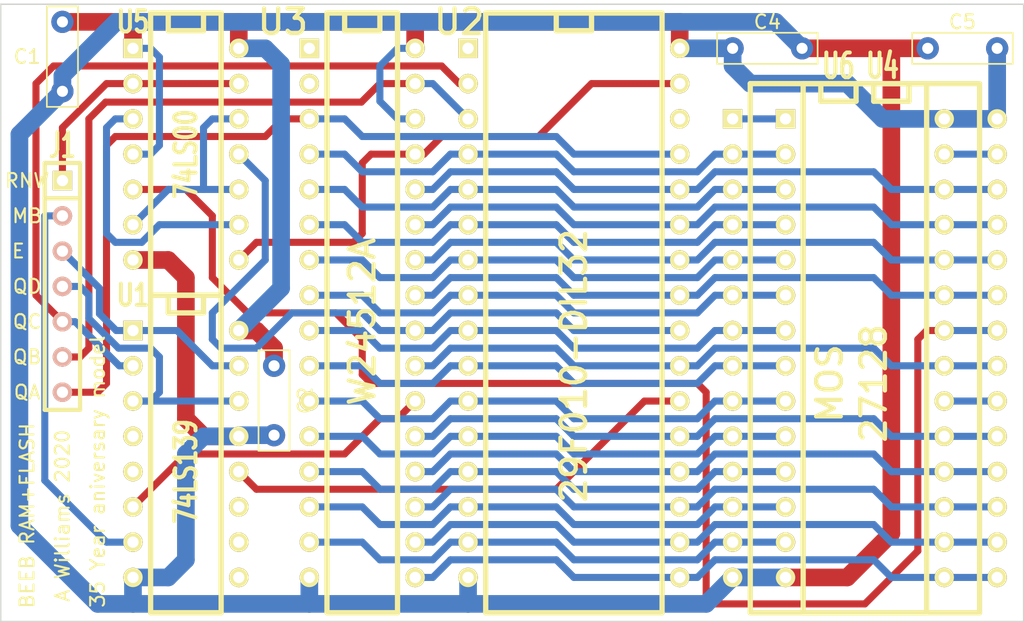
<source format=kicad_pcb>
(kicad_pcb (version 20171130) (host pcbnew "(5.1.6)-1")

  (general
    (thickness 1.6)
    (drawings 14)
    (tracks 433)
    (zones 0)
    (modules 11)
    (nets 49)
  )

  (page A3)
  (layers
    (0 F.Cu signal)
    (31 B.Cu signal)
    (32 B.Adhes user)
    (33 F.Adhes user)
    (34 B.Paste user)
    (35 F.Paste user)
    (36 B.SilkS user)
    (37 F.SilkS user)
    (38 B.Mask user)
    (39 F.Mask user)
    (40 Dwgs.User user)
    (41 Cmts.User user)
    (42 Eco1.User user)
    (43 Eco2.User user)
    (44 Edge.Cuts user)
  )

  (setup
    (last_trace_width 0.508)
    (user_trace_width 0.508)
    (user_trace_width 1.27)
    (user_trace_width 2.54)
    (trace_clearance 0.254)
    (zone_clearance 0.508)
    (zone_45_only no)
    (trace_min 0.254)
    (via_size 0.889)
    (via_drill 0.635)
    (via_min_size 0.889)
    (via_min_drill 0.508)
    (uvia_size 0.508)
    (uvia_drill 0.127)
    (uvias_allowed no)
    (uvia_min_size 0.508)
    (uvia_min_drill 0.127)
    (edge_width 0.1)
    (segment_width 0.2)
    (pcb_text_width 0.3)
    (pcb_text_size 1.5 1.5)
    (mod_edge_width 0.381)
    (mod_text_size 1 1)
    (mod_text_width 0.15)
    (pad_size 1.5 1.5)
    (pad_drill 0.6)
    (pad_to_mask_clearance 0)
    (aux_axis_origin 0 0)
    (visible_elements 7FFFFFFF)
    (pcbplotparams
      (layerselection 0x00030_ffffffff)
      (usegerberextensions true)
      (usegerberattributes true)
      (usegerberadvancedattributes true)
      (creategerberjobfile true)
      (excludeedgelayer true)
      (linewidth 0.150000)
      (plotframeref false)
      (viasonmask false)
      (mode 1)
      (useauxorigin false)
      (hpglpennumber 1)
      (hpglpenspeed 20)
      (hpglpendiameter 15.000000)
      (psnegative false)
      (psa4output false)
      (plotreference true)
      (plotvalue true)
      (plotinvisibletext false)
      (padsonsilk false)
      (subtractmaskfromsilk false)
      (outputformat 1)
      (mirror false)
      (drillshape 0)
      (scaleselection 1)
      (outputdirectory ""))
  )

  (net 0 "")
  (net 1 /A0)
  (net 2 /A1)
  (net 3 /A10)
  (net 4 /A11)
  (net 5 /A12)
  (net 6 /A13)
  (net 7 /A2)
  (net 8 /A3)
  (net 9 /A4)
  (net 10 /A5)
  (net 11 /A6)
  (net 12 /A7)
  (net 13 /A8)
  (net 14 /A9)
  (net 15 /D0)
  (net 16 /D1)
  (net 17 /D2)
  (net 18 /D3)
  (net 19 /D4)
  (net 20 /D5)
  (net 21 /D6)
  (net 22 /D7)
  (net 23 /E)
  (net 24 /MB)
  (net 25 /MCE)
  (net 26 /MOE)
  (net 27 /MPGM)
  (net 28 /MVPP)
  (net 29 /NFLASHCS)
  (net 30 /NOE)
  (net 31 /NRAMCS)
  (net 32 /NWDS)
  (net 33 /QA)
  (net 34 /QB)
  (net 35 /QC)
  (net 36 /QD)
  (net 37 /RNW)
  (net 38 GND)
  (net 39 VCC)
  (net 40 "Net-(U1-Pad4)")
  (net 41 "Net-(U1-Pad5)")
  (net 42 "Net-(U1-Pad9)")
  (net 43 "Net-(U1-Pad10)")
  (net 44 "Net-(U1-Pad11)")
  (net 45 "Net-(U3-Pad1)")
  (net 46 "Net-(U3-Pad2)")
  (net 47 "Net-(U5-Pad3)")
  (net 48 "Net-(U5-Pad10)")

  (net_class Default "This is the default net class."
    (clearance 0.254)
    (trace_width 0.254)
    (via_dia 0.889)
    (via_drill 0.635)
    (uvia_dia 0.508)
    (uvia_drill 0.127)
    (add_net /A0)
    (add_net /A1)
    (add_net /A10)
    (add_net /A11)
    (add_net /A12)
    (add_net /A13)
    (add_net /A2)
    (add_net /A3)
    (add_net /A4)
    (add_net /A5)
    (add_net /A6)
    (add_net /A7)
    (add_net /A8)
    (add_net /A9)
    (add_net /D0)
    (add_net /D1)
    (add_net /D2)
    (add_net /D3)
    (add_net /D4)
    (add_net /D5)
    (add_net /D6)
    (add_net /D7)
    (add_net /E)
    (add_net /MB)
    (add_net /MCE)
    (add_net /MOE)
    (add_net /MPGM)
    (add_net /MVPP)
    (add_net /NFLASHCS)
    (add_net /NOE)
    (add_net /NRAMCS)
    (add_net /NWDS)
    (add_net /QA)
    (add_net /QB)
    (add_net /QC)
    (add_net /QD)
    (add_net /RNW)
    (add_net GND)
    (add_net "Net-(U1-Pad10)")
    (add_net "Net-(U1-Pad11)")
    (add_net "Net-(U1-Pad4)")
    (add_net "Net-(U1-Pad5)")
    (add_net "Net-(U1-Pad9)")
    (add_net "Net-(U3-Pad1)")
    (add_net "Net-(U3-Pad2)")
    (add_net "Net-(U5-Pad10)")
    (add_net "Net-(U5-Pad3)")
    (add_net VCC)
  )

  (module Capacitor_THT:C_Rect_L7.0mm_W2.0mm_P5.00mm (layer F.Cu) (tedit 5AE50EF0) (tstamp 5F5299C3)
    (at 264.16 100.33)
    (descr "C, Rect series, Radial, pin pitch=5.00mm, , length*width=7*2mm^2, Capacitor")
    (tags "C Rect series Radial pin pitch 5.00mm  length 7mm width 2mm Capacitor")
    (path /5F526D6F)
    (fp_text reference C4 (at 2.5 -1.905) (layer F.SilkS)
      (effects (font (size 1 1) (thickness 0.15)))
    )
    (fp_text value 0.1uF (at 2.5 2.25) (layer F.Fab)
      (effects (font (size 1 1) (thickness 0.15)))
    )
    (fp_line (start -1 -1) (end -1 1) (layer F.Fab) (width 0.1))
    (fp_line (start -1 1) (end 6 1) (layer F.Fab) (width 0.1))
    (fp_line (start 6 1) (end 6 -1) (layer F.Fab) (width 0.1))
    (fp_line (start 6 -1) (end -1 -1) (layer F.Fab) (width 0.1))
    (fp_line (start -1.12 -1.12) (end 6.12 -1.12) (layer F.SilkS) (width 0.12))
    (fp_line (start -1.12 1.12) (end 6.12 1.12) (layer F.SilkS) (width 0.12))
    (fp_line (start -1.12 -1.12) (end -1.12 1.12) (layer F.SilkS) (width 0.12))
    (fp_line (start 6.12 -1.12) (end 6.12 1.12) (layer F.SilkS) (width 0.12))
    (fp_line (start -1.25 -1.25) (end -1.25 1.25) (layer F.CrtYd) (width 0.05))
    (fp_line (start -1.25 1.25) (end 6.25 1.25) (layer F.CrtYd) (width 0.05))
    (fp_line (start 6.25 1.25) (end 6.25 -1.25) (layer F.CrtYd) (width 0.05))
    (fp_line (start 6.25 -1.25) (end -1.25 -1.25) (layer F.CrtYd) (width 0.05))
    (fp_text user %R (at 2.5 0) (layer F.Fab)
      (effects (font (size 1 1) (thickness 0.15)))
    )
    (pad 1 thru_hole circle (at 0 0) (size 1.6 1.6) (drill 0.8) (layers *.Cu *.Mask)
      (net 39 VCC))
    (pad 2 thru_hole circle (at 5 0) (size 1.6 1.6) (drill 0.8) (layers *.Cu *.Mask)
      (net 38 GND))
    (model ${KISYS3DMOD}/Capacitor_THT.3dshapes/C_Rect_L7.0mm_W2.0mm_P5.00mm.wrl
      (at (xyz 0 0 0))
      (scale (xyz 1 1 1))
      (rotate (xyz 0 0 0))
    )
  )

  (module Capacitor_THT:C_Rect_L7.0mm_W2.0mm_P5.00mm (layer F.Cu) (tedit 5AE50EF0) (tstamp 5F5299D6)
    (at 283.21 100.33 180)
    (descr "C, Rect series, Radial, pin pitch=5.00mm, , length*width=7*2mm^2, Capacitor")
    (tags "C Rect series Radial pin pitch 5.00mm  length 7mm width 2mm Capacitor")
    (path /5F5276AC)
    (fp_text reference C5 (at 2.5 1.905) (layer F.SilkS)
      (effects (font (size 1 1) (thickness 0.15)))
    )
    (fp_text value 0.1uF (at 2.5 2.25) (layer F.Fab)
      (effects (font (size 1 1) (thickness 0.15)))
    )
    (fp_line (start 6.25 -1.25) (end -1.25 -1.25) (layer F.CrtYd) (width 0.05))
    (fp_line (start 6.25 1.25) (end 6.25 -1.25) (layer F.CrtYd) (width 0.05))
    (fp_line (start -1.25 1.25) (end 6.25 1.25) (layer F.CrtYd) (width 0.05))
    (fp_line (start -1.25 -1.25) (end -1.25 1.25) (layer F.CrtYd) (width 0.05))
    (fp_line (start 6.12 -1.12) (end 6.12 1.12) (layer F.SilkS) (width 0.12))
    (fp_line (start -1.12 -1.12) (end -1.12 1.12) (layer F.SilkS) (width 0.12))
    (fp_line (start -1.12 1.12) (end 6.12 1.12) (layer F.SilkS) (width 0.12))
    (fp_line (start -1.12 -1.12) (end 6.12 -1.12) (layer F.SilkS) (width 0.12))
    (fp_line (start 6 -1) (end -1 -1) (layer F.Fab) (width 0.1))
    (fp_line (start 6 1) (end 6 -1) (layer F.Fab) (width 0.1))
    (fp_line (start -1 1) (end 6 1) (layer F.Fab) (width 0.1))
    (fp_line (start -1 -1) (end -1 1) (layer F.Fab) (width 0.1))
    (fp_text user %R (at 2.5 0) (layer F.Fab)
      (effects (font (size 1 1) (thickness 0.15)))
    )
    (pad 2 thru_hole circle (at 5 0 180) (size 1.6 1.6) (drill 0.8) (layers *.Cu *.Mask)
      (net 38 GND))
    (pad 1 thru_hole circle (at 0 0 180) (size 1.6 1.6) (drill 0.8) (layers *.Cu *.Mask)
      (net 39 VCC))
    (model ${KISYS3DMOD}/Capacitor_THT.3dshapes/C_Rect_L7.0mm_W2.0mm_P5.00mm.wrl
      (at (xyz 0 0 0))
      (scale (xyz 1 1 1))
      (rotate (xyz 0 0 0))
    )
  )

  (module Capacitor_THT:C_Rect_L7.0mm_W2.0mm_P5.00mm (layer F.Cu) (tedit 5AE50EF0) (tstamp 5F52A7BC)
    (at 215.9 98.425 270)
    (descr "C, Rect series, Radial, pin pitch=5.00mm, , length*width=7*2mm^2, Capacitor")
    (tags "C Rect series Radial pin pitch 5.00mm  length 7mm width 2mm Capacitor")
    (path /5F524436)
    (fp_text reference C1 (at 2.5 2.54 180) (layer F.SilkS)
      (effects (font (size 1 1) (thickness 0.15)))
    )
    (fp_text value 0.1uF (at 2.5 2.25 90) (layer F.Fab)
      (effects (font (size 1 1) (thickness 0.15)))
    )
    (fp_line (start -1 -1) (end -1 1) (layer F.Fab) (width 0.1))
    (fp_line (start -1 1) (end 6 1) (layer F.Fab) (width 0.1))
    (fp_line (start 6 1) (end 6 -1) (layer F.Fab) (width 0.1))
    (fp_line (start 6 -1) (end -1 -1) (layer F.Fab) (width 0.1))
    (fp_line (start -1.12 -1.12) (end 6.12 -1.12) (layer F.SilkS) (width 0.12))
    (fp_line (start -1.12 1.12) (end 6.12 1.12) (layer F.SilkS) (width 0.12))
    (fp_line (start -1.12 -1.12) (end -1.12 1.12) (layer F.SilkS) (width 0.12))
    (fp_line (start 6.12 -1.12) (end 6.12 1.12) (layer F.SilkS) (width 0.12))
    (fp_line (start -1.25 -1.25) (end -1.25 1.25) (layer F.CrtYd) (width 0.05))
    (fp_line (start -1.25 1.25) (end 6.25 1.25) (layer F.CrtYd) (width 0.05))
    (fp_line (start 6.25 1.25) (end 6.25 -1.25) (layer F.CrtYd) (width 0.05))
    (fp_line (start 6.25 -1.25) (end -1.25 -1.25) (layer F.CrtYd) (width 0.05))
    (fp_text user %R (at 2.5 0 90) (layer F.Fab)
      (effects (font (size 1 1) (thickness 0.15)))
    )
    (pad 1 thru_hole circle (at 0 0 270) (size 1.6 1.6) (drill 0.8) (layers *.Cu *.Mask)
      (net 39 VCC))
    (pad 2 thru_hole circle (at 5 0 270) (size 1.6 1.6) (drill 0.8) (layers *.Cu *.Mask)
      (net 38 GND))
    (model ${KISYS3DMOD}/Capacitor_THT.3dshapes/C_Rect_L7.0mm_W2.0mm_P5.00mm.wrl
      (at (xyz 0 0 0))
      (scale (xyz 1 1 1))
      (rotate (xyz 0 0 0))
    )
  )

  (module Capacitor_THT:C_Rect_L7.0mm_W2.0mm_P5.00mm (layer F.Cu) (tedit 5AE50EF0) (tstamp 5F52999D)
    (at 231.14 123.19 270)
    (descr "C, Rect series, Radial, pin pitch=5.00mm, , length*width=7*2mm^2, Capacitor")
    (tags "C Rect series Radial pin pitch 5.00mm  length 7mm width 2mm Capacitor")
    (path /5F526048)
    (fp_text reference C2 (at 2.5 -2.25 90) (layer F.SilkS)
      (effects (font (size 1 1) (thickness 0.15)))
    )
    (fp_text value 0.1uF (at 2.5 2.25 90) (layer F.Fab)
      (effects (font (size 1 1) (thickness 0.15)))
    )
    (fp_line (start 6.25 -1.25) (end -1.25 -1.25) (layer F.CrtYd) (width 0.05))
    (fp_line (start 6.25 1.25) (end 6.25 -1.25) (layer F.CrtYd) (width 0.05))
    (fp_line (start -1.25 1.25) (end 6.25 1.25) (layer F.CrtYd) (width 0.05))
    (fp_line (start -1.25 -1.25) (end -1.25 1.25) (layer F.CrtYd) (width 0.05))
    (fp_line (start 6.12 -1.12) (end 6.12 1.12) (layer F.SilkS) (width 0.12))
    (fp_line (start -1.12 -1.12) (end -1.12 1.12) (layer F.SilkS) (width 0.12))
    (fp_line (start -1.12 1.12) (end 6.12 1.12) (layer F.SilkS) (width 0.12))
    (fp_line (start -1.12 -1.12) (end 6.12 -1.12) (layer F.SilkS) (width 0.12))
    (fp_line (start 6 -1) (end -1 -1) (layer F.Fab) (width 0.1))
    (fp_line (start 6 1) (end 6 -1) (layer F.Fab) (width 0.1))
    (fp_line (start -1 1) (end 6 1) (layer F.Fab) (width 0.1))
    (fp_line (start -1 -1) (end -1 1) (layer F.Fab) (width 0.1))
    (fp_text user %R (at 2.5 0 90) (layer F.Fab)
      (effects (font (size 1 1) (thickness 0.15)))
    )
    (pad 2 thru_hole circle (at 5 0 270) (size 1.6 1.6) (drill 0.8) (layers *.Cu *.Mask)
      (net 38 GND))
    (pad 1 thru_hole circle (at 0 0 270) (size 1.6 1.6) (drill 0.8) (layers *.Cu *.Mask)
      (net 39 VCC))
    (model ${KISYS3DMOD}/Capacitor_THT.3dshapes/C_Rect_L7.0mm_W2.0mm_P5.00mm.wrl
      (at (xyz 0 0 0))
      (scale (xyz 1 1 1))
      (rotate (xyz 0 0 0))
    )
  )

  (module SIL-7 (layer F.Cu) (tedit 541C43B7) (tstamp 541C3081)
    (at 215.9 117.475 270)
    (descr "Connecteur 7 pins")
    (tags "CONN DEV")
    (path /541C2D6D)
    (fp_text reference J1 (at -10.16 0) (layer F.SilkS)
      (effects (font (size 1.72974 1.08712) (thickness 0.3048)))
    )
    (fp_text value CON1 (at 0 -2.54 270) (layer F.SilkS) hide
      (effects (font (size 1.524 1.016) (thickness 0.3048)))
    )
    (fp_line (start -8.89 -1.27) (end -8.89 -1.27) (layer F.SilkS) (width 0.3048))
    (fp_line (start -8.89 -1.27) (end 8.89 -1.27) (layer F.SilkS) (width 0.3048))
    (fp_line (start 8.89 -1.27) (end 8.89 1.27) (layer F.SilkS) (width 0.3048))
    (fp_line (start 8.89 1.27) (end -8.89 1.27) (layer F.SilkS) (width 0.3048))
    (fp_line (start -8.89 1.27) (end -8.89 -1.27) (layer F.SilkS) (width 0.3048))
    (fp_line (start -6.35 1.27) (end -6.35 1.27) (layer F.SilkS) (width 0.3048))
    (fp_line (start -6.35 1.27) (end -6.35 -1.27) (layer F.SilkS) (width 0.3048))
    (pad 1 thru_hole rect (at -7.62 0 270) (size 1.397 1.397) (drill 0.8128) (layers *.Cu *.Mask F.SilkS)
      (net 37 /RNW))
    (pad 2 thru_hole circle (at -5.08 0 270) (size 1.397 1.397) (drill 0.8128) (layers *.Cu *.SilkS *.Mask)
      (net 24 /MB))
    (pad 3 thru_hole circle (at -2.54 0 270) (size 1.397 1.397) (drill 0.8128) (layers *.Cu *.SilkS *.Mask)
      (net 23 /E))
    (pad 4 thru_hole circle (at 0 0 270) (size 1.397 1.397) (drill 0.8128) (layers *.Cu *.SilkS *.Mask)
      (net 36 /QD))
    (pad 5 thru_hole circle (at 2.54 0 270) (size 1.397 1.397) (drill 0.8128) (layers *.Cu *.SilkS *.Mask)
      (net 35 /QC))
    (pad 6 thru_hole circle (at 5.08 0 270) (size 1.397 1.397) (drill 0.8128) (layers *.Cu *.SilkS *.Mask)
      (net 34 /QB))
    (pad 7 thru_hole circle (at 7.62 0 270) (size 1.397 1.397) (drill 0.8128) (layers *.Cu *.SilkS *.Mask)
      (net 33 /QA))
  )

  (module DIP-32__600 (layer F.Cu) (tedit 541C43D3) (tstamp 541C30AC)
    (at 252.73 119.38 270)
    (descr "32 pins DIL package, round pads")
    (tags DIL)
    (path /541AD17D)
    (fp_text reference U2 (at -20.955 8.255) (layer F.SilkS)
      (effects (font (size 1.778 1.778) (thickness 0.3048)))
    )
    (fp_text value 29F010-DIL32 (at 3.81 0 270) (layer F.SilkS)
      (effects (font (size 1.778 1.778) (thickness 0.3048)))
    )
    (fp_line (start -21.59 -6.35) (end 21.59 -6.35) (layer F.SilkS) (width 0.381))
    (fp_line (start 21.59 -6.35) (end 21.59 6.35) (layer F.SilkS) (width 0.381))
    (fp_line (start 21.59 6.35) (end -21.59 6.35) (layer F.SilkS) (width 0.381))
    (fp_line (start -21.59 6.35) (end -21.59 -6.35) (layer F.SilkS) (width 0.381))
    (fp_line (start -21.59 1.27) (end -20.32 1.27) (layer F.SilkS) (width 0.381))
    (fp_line (start -20.32 1.27) (end -20.32 -1.27) (layer F.SilkS) (width 0.381))
    (fp_line (start -20.32 -1.27) (end -21.59 -1.27) (layer F.SilkS) (width 0.381))
    (pad 1 thru_hole rect (at -19.05 7.62 270) (size 1.397 1.397) (drill 0.8128) (layers *.Cu *.Mask F.SilkS))
    (pad 2 thru_hole circle (at -16.51 7.62 270) (size 1.397 1.397) (drill 0.8128) (layers *.Cu *.Mask F.SilkS)
      (net 35 /QC))
    (pad 3 thru_hole circle (at -13.97 7.62 270) (size 1.397 1.397) (drill 0.8128) (layers *.Cu *.Mask F.SilkS)
      (net 34 /QB))
    (pad 4 thru_hole circle (at -11.43 7.62 270) (size 1.397 1.397) (drill 0.8128) (layers *.Cu *.Mask F.SilkS)
      (net 5 /A12))
    (pad 5 thru_hole circle (at -8.89 7.62 270) (size 1.397 1.397) (drill 0.8128) (layers *.Cu *.Mask F.SilkS)
      (net 12 /A7))
    (pad 6 thru_hole circle (at -6.35 7.62 270) (size 1.397 1.397) (drill 0.8128) (layers *.Cu *.Mask F.SilkS)
      (net 11 /A6))
    (pad 7 thru_hole circle (at -3.81 7.62 270) (size 1.397 1.397) (drill 0.8128) (layers *.Cu *.Mask F.SilkS)
      (net 10 /A5))
    (pad 8 thru_hole circle (at -1.27 7.62 270) (size 1.397 1.397) (drill 0.8128) (layers *.Cu *.Mask F.SilkS)
      (net 9 /A4))
    (pad 9 thru_hole circle (at 1.27 7.62 270) (size 1.397 1.397) (drill 0.8128) (layers *.Cu *.Mask F.SilkS)
      (net 8 /A3))
    (pad 10 thru_hole circle (at 3.81 7.62 270) (size 1.397 1.397) (drill 0.8128) (layers *.Cu *.Mask F.SilkS)
      (net 7 /A2))
    (pad 11 thru_hole circle (at 6.35 7.62 270) (size 1.397 1.397) (drill 0.8128) (layers *.Cu *.Mask F.SilkS)
      (net 2 /A1))
    (pad 12 thru_hole circle (at 8.89 7.62 270) (size 1.397 1.397) (drill 0.8128) (layers *.Cu *.Mask F.SilkS)
      (net 1 /A0))
    (pad 13 thru_hole circle (at 11.43 7.62 270) (size 1.397 1.397) (drill 0.8128) (layers *.Cu *.Mask F.SilkS)
      (net 15 /D0))
    (pad 14 thru_hole circle (at 13.97 7.62 270) (size 1.397 1.397) (drill 0.8128) (layers *.Cu *.Mask F.SilkS)
      (net 16 /D1))
    (pad 15 thru_hole circle (at 16.51 7.62 270) (size 1.397 1.397) (drill 0.8128) (layers *.Cu *.Mask F.SilkS)
      (net 17 /D2))
    (pad 16 thru_hole circle (at 19.05 7.62 270) (size 1.397 1.397) (drill 0.8128) (layers *.Cu *.Mask F.SilkS)
      (net 38 GND))
    (pad 17 thru_hole circle (at 19.05 -7.62 270) (size 1.397 1.397) (drill 0.8128) (layers *.Cu *.Mask F.SilkS)
      (net 18 /D3))
    (pad 18 thru_hole circle (at 16.51 -7.62 270) (size 1.397 1.397) (drill 0.8128) (layers *.Cu *.Mask F.SilkS)
      (net 19 /D4))
    (pad 19 thru_hole circle (at 13.97 -7.62 270) (size 1.397 1.397) (drill 0.8128) (layers *.Cu *.Mask F.SilkS)
      (net 20 /D5))
    (pad 20 thru_hole circle (at 11.43 -7.62 270) (size 1.397 1.397) (drill 0.8128) (layers *.Cu *.Mask F.SilkS)
      (net 21 /D6))
    (pad 21 thru_hole circle (at 8.89 -7.62 270) (size 1.397 1.397) (drill 0.8128) (layers *.Cu *.Mask F.SilkS)
      (net 22 /D7))
    (pad 22 thru_hole circle (at 6.35 -7.62 270) (size 1.397 1.397) (drill 0.8128) (layers *.Cu *.Mask F.SilkS)
      (net 29 /NFLASHCS))
    (pad 23 thru_hole circle (at 3.81 -7.62 270) (size 1.397 1.397) (drill 0.8128) (layers *.Cu *.Mask F.SilkS)
      (net 3 /A10))
    (pad 24 thru_hole circle (at 1.27 -7.62 270) (size 1.397 1.397) (drill 0.8128) (layers *.Cu *.Mask F.SilkS)
      (net 30 /NOE))
    (pad 25 thru_hole circle (at -1.27 -7.62 270) (size 1.397 1.397) (drill 0.8128) (layers *.Cu *.Mask F.SilkS)
      (net 4 /A11))
    (pad 26 thru_hole circle (at -3.81 -7.62 270) (size 1.397 1.397) (drill 0.8128) (layers *.Cu *.Mask F.SilkS)
      (net 14 /A9))
    (pad 27 thru_hole circle (at -6.35 -7.62 270) (size 1.397 1.397) (drill 0.8128) (layers *.Cu *.Mask F.SilkS)
      (net 13 /A8))
    (pad 28 thru_hole circle (at -8.89 -7.62 270) (size 1.397 1.397) (drill 0.8128) (layers *.Cu *.Mask F.SilkS)
      (net 6 /A13))
    (pad 29 thru_hole circle (at -11.43 -7.62 270) (size 1.397 1.397) (drill 0.8128) (layers *.Cu *.Mask F.SilkS)
      (net 33 /QA))
    (pad 30 thru_hole circle (at -13.97 -7.62 270) (size 1.397 1.397) (drill 0.8128) (layers *.Cu *.Mask F.SilkS))
    (pad 31 thru_hole circle (at -16.51 -7.62 270) (size 1.397 1.397) (drill 0.8128) (layers *.Cu *.Mask F.SilkS)
      (net 32 /NWDS))
    (pad 32 thru_hole circle (at -19.05 -7.62 270) (size 1.397 1.397) (drill 0.8128) (layers *.Cu *.Mask F.SilkS)
      (net 39 VCC))
    (model dil/dil_32-w600.wrl
      (at (xyz 0 0 0))
      (scale (xyz 1 1 1))
      (rotate (xyz 0 0 0))
    )
  )

  (module DIP-28__600 (layer F.Cu) (tedit 541C43E9) (tstamp 541C30D4)
    (at 275.59 121.92 270)
    (descr "Module Dil 28 pins, pads ronds, e=600 mils")
    (tags DIL)
    (path /541AD18C)
    (fp_text reference U4 (at -20.32 0.635) (layer F.SilkS)
      (effects (font (size 1.778 1.143) (thickness 0.3048)))
    )
    (fp_text value MOS (at 2.54 4.445 270) (layer F.SilkS)
      (effects (font (size 1.778 1.778) (thickness 0.3048)))
    )
    (fp_line (start -19.05 -1.27) (end -19.05 -1.27) (layer F.SilkS) (width 0.381))
    (fp_line (start -19.05 -1.27) (end -17.78 -1.27) (layer F.SilkS) (width 0.381))
    (fp_line (start -17.78 -1.27) (end -17.78 1.27) (layer F.SilkS) (width 0.381))
    (fp_line (start -17.78 1.27) (end -19.05 1.27) (layer F.SilkS) (width 0.381))
    (fp_line (start -19.05 -6.35) (end 19.05 -6.35) (layer F.SilkS) (width 0.381))
    (fp_line (start 19.05 -6.35) (end 19.05 6.35) (layer F.SilkS) (width 0.381))
    (fp_line (start 19.05 6.35) (end -19.05 6.35) (layer F.SilkS) (width 0.381))
    (fp_line (start -19.05 6.35) (end -19.05 -6.35) (layer F.SilkS) (width 0.381))
    (pad 1 thru_hole rect (at -16.51 7.62 270) (size 1.397 1.397) (drill 0.8128) (layers *.Cu *.Mask F.SilkS)
      (net 28 /MVPP))
    (pad 2 thru_hole circle (at -13.97 7.62 270) (size 1.397 1.397) (drill 0.8128) (layers *.Cu *.Mask F.SilkS)
      (net 5 /A12))
    (pad 3 thru_hole circle (at -11.43 7.62 270) (size 1.397 1.397) (drill 0.8128) (layers *.Cu *.Mask F.SilkS)
      (net 12 /A7))
    (pad 4 thru_hole circle (at -8.89 7.62 270) (size 1.397 1.397) (drill 0.8128) (layers *.Cu *.Mask F.SilkS)
      (net 11 /A6))
    (pad 5 thru_hole circle (at -6.35 7.62 270) (size 1.397 1.397) (drill 0.8128) (layers *.Cu *.Mask F.SilkS)
      (net 10 /A5))
    (pad 6 thru_hole circle (at -3.81 7.62 270) (size 1.397 1.397) (drill 0.8128) (layers *.Cu *.Mask F.SilkS)
      (net 9 /A4))
    (pad 7 thru_hole circle (at -1.27 7.62 270) (size 1.397 1.397) (drill 0.8128) (layers *.Cu *.Mask F.SilkS)
      (net 8 /A3))
    (pad 8 thru_hole circle (at 1.27 7.62 270) (size 1.397 1.397) (drill 0.8128) (layers *.Cu *.Mask F.SilkS)
      (net 7 /A2))
    (pad 9 thru_hole circle (at 3.81 7.62 270) (size 1.397 1.397) (drill 0.8128) (layers *.Cu *.Mask F.SilkS)
      (net 2 /A1))
    (pad 10 thru_hole circle (at 6.35 7.62 270) (size 1.397 1.397) (drill 0.8128) (layers *.Cu *.Mask F.SilkS)
      (net 1 /A0))
    (pad 11 thru_hole circle (at 8.89 7.62 270) (size 1.397 1.397) (drill 0.8128) (layers *.Cu *.Mask F.SilkS)
      (net 15 /D0))
    (pad 12 thru_hole circle (at 11.43 7.62 270) (size 1.397 1.397) (drill 0.8128) (layers *.Cu *.Mask F.SilkS)
      (net 16 /D1))
    (pad 13 thru_hole circle (at 13.97 7.62 270) (size 1.397 1.397) (drill 0.8128) (layers *.Cu *.Mask F.SilkS)
      (net 17 /D2))
    (pad 14 thru_hole circle (at 16.51 7.62 270) (size 1.397 1.397) (drill 0.8128) (layers *.Cu *.Mask F.SilkS)
      (net 38 GND))
    (pad 15 thru_hole circle (at 16.51 -7.62 270) (size 1.397 1.397) (drill 0.8128) (layers *.Cu *.Mask F.SilkS)
      (net 18 /D3))
    (pad 16 thru_hole circle (at 13.97 -7.62 270) (size 1.397 1.397) (drill 0.8128) (layers *.Cu *.Mask F.SilkS)
      (net 19 /D4))
    (pad 17 thru_hole circle (at 11.43 -7.62 270) (size 1.397 1.397) (drill 0.8128) (layers *.Cu *.Mask F.SilkS)
      (net 20 /D5))
    (pad 18 thru_hole circle (at 8.89 -7.62 270) (size 1.397 1.397) (drill 0.8128) (layers *.Cu *.Mask F.SilkS)
      (net 21 /D6))
    (pad 19 thru_hole circle (at 6.35 -7.62 270) (size 1.397 1.397) (drill 0.8128) (layers *.Cu *.Mask F.SilkS)
      (net 22 /D7))
    (pad 20 thru_hole circle (at 3.81 -7.62 270) (size 1.397 1.397) (drill 0.8128) (layers *.Cu *.Mask F.SilkS)
      (net 25 /MCE))
    (pad 21 thru_hole circle (at 1.27 -7.62 270) (size 1.397 1.397) (drill 0.8128) (layers *.Cu *.Mask F.SilkS)
      (net 3 /A10))
    (pad 22 thru_hole circle (at -1.27 -7.62 270) (size 1.397 1.397) (drill 0.8128) (layers *.Cu *.Mask F.SilkS)
      (net 26 /MOE))
    (pad 23 thru_hole circle (at -3.81 -7.62 270) (size 1.397 1.397) (drill 0.8128) (layers *.Cu *.Mask F.SilkS)
      (net 4 /A11))
    (pad 24 thru_hole circle (at -6.35 -7.62 270) (size 1.397 1.397) (drill 0.8128) (layers *.Cu *.Mask F.SilkS)
      (net 14 /A9))
    (pad 25 thru_hole circle (at -8.89 -7.62 270) (size 1.397 1.397) (drill 0.8128) (layers *.Cu *.Mask F.SilkS)
      (net 13 /A8))
    (pad 26 thru_hole circle (at -11.43 -7.62 270) (size 1.397 1.397) (drill 0.8128) (layers *.Cu *.Mask F.SilkS)
      (net 6 /A13))
    (pad 27 thru_hole circle (at -13.97 -7.62 270) (size 1.397 1.397) (drill 0.8128) (layers *.Cu *.Mask F.SilkS)
      (net 27 /MPGM))
    (pad 28 thru_hole circle (at -16.51 -7.62 270) (size 1.397 1.397) (drill 0.8128) (layers *.Cu *.Mask F.SilkS)
      (net 39 VCC))
    (model dil/dil_28-w600.wrl
      (at (xyz 0 0 0))
      (scale (xyz 1 1 1))
      (rotate (xyz 0 0 0))
    )
  )

  (module DIP-28__600 (layer F.Cu) (tedit 541C43E2) (tstamp 541C30FC)
    (at 271.78 121.92 270)
    (descr "Module Dil 28 pins, pads ronds, e=600 mils")
    (tags DIL)
    (path /541AD870)
    (fp_text reference U6 (at -20.32 0) (layer F.SilkS)
      (effects (font (size 1.778 1.143) (thickness 0.3048)))
    )
    (fp_text value 27128 (at 2.54 -2.54 270) (layer F.SilkS)
      (effects (font (size 1.778 1.778) (thickness 0.3048)))
    )
    (fp_line (start -19.05 -1.27) (end -19.05 -1.27) (layer F.SilkS) (width 0.381))
    (fp_line (start -19.05 -1.27) (end -17.78 -1.27) (layer F.SilkS) (width 0.381))
    (fp_line (start -17.78 -1.27) (end -17.78 1.27) (layer F.SilkS) (width 0.381))
    (fp_line (start -17.78 1.27) (end -19.05 1.27) (layer F.SilkS) (width 0.381))
    (fp_line (start -19.05 -6.35) (end 19.05 -6.35) (layer F.SilkS) (width 0.381))
    (fp_line (start 19.05 -6.35) (end 19.05 6.35) (layer F.SilkS) (width 0.381))
    (fp_line (start 19.05 6.35) (end -19.05 6.35) (layer F.SilkS) (width 0.381))
    (fp_line (start -19.05 6.35) (end -19.05 -6.35) (layer F.SilkS) (width 0.381))
    (pad 1 thru_hole rect (at -16.51 7.62 270) (size 1.397 1.397) (drill 0.8128) (layers *.Cu *.Mask F.SilkS)
      (net 28 /MVPP))
    (pad 2 thru_hole circle (at -13.97 7.62 270) (size 1.397 1.397) (drill 0.8128) (layers *.Cu *.Mask F.SilkS)
      (net 5 /A12))
    (pad 3 thru_hole circle (at -11.43 7.62 270) (size 1.397 1.397) (drill 0.8128) (layers *.Cu *.Mask F.SilkS)
      (net 12 /A7))
    (pad 4 thru_hole circle (at -8.89 7.62 270) (size 1.397 1.397) (drill 0.8128) (layers *.Cu *.Mask F.SilkS)
      (net 11 /A6))
    (pad 5 thru_hole circle (at -6.35 7.62 270) (size 1.397 1.397) (drill 0.8128) (layers *.Cu *.Mask F.SilkS)
      (net 10 /A5))
    (pad 6 thru_hole circle (at -3.81 7.62 270) (size 1.397 1.397) (drill 0.8128) (layers *.Cu *.Mask F.SilkS)
      (net 9 /A4))
    (pad 7 thru_hole circle (at -1.27 7.62 270) (size 1.397 1.397) (drill 0.8128) (layers *.Cu *.Mask F.SilkS)
      (net 8 /A3))
    (pad 8 thru_hole circle (at 1.27 7.62 270) (size 1.397 1.397) (drill 0.8128) (layers *.Cu *.Mask F.SilkS)
      (net 7 /A2))
    (pad 9 thru_hole circle (at 3.81 7.62 270) (size 1.397 1.397) (drill 0.8128) (layers *.Cu *.Mask F.SilkS)
      (net 2 /A1))
    (pad 10 thru_hole circle (at 6.35 7.62 270) (size 1.397 1.397) (drill 0.8128) (layers *.Cu *.Mask F.SilkS)
      (net 1 /A0))
    (pad 11 thru_hole circle (at 8.89 7.62 270) (size 1.397 1.397) (drill 0.8128) (layers *.Cu *.Mask F.SilkS)
      (net 15 /D0))
    (pad 12 thru_hole circle (at 11.43 7.62 270) (size 1.397 1.397) (drill 0.8128) (layers *.Cu *.Mask F.SilkS)
      (net 16 /D1))
    (pad 13 thru_hole circle (at 13.97 7.62 270) (size 1.397 1.397) (drill 0.8128) (layers *.Cu *.Mask F.SilkS)
      (net 17 /D2))
    (pad 14 thru_hole circle (at 16.51 7.62 270) (size 1.397 1.397) (drill 0.8128) (layers *.Cu *.Mask F.SilkS)
      (net 38 GND))
    (pad 15 thru_hole circle (at 16.51 -7.62 270) (size 1.397 1.397) (drill 0.8128) (layers *.Cu *.Mask F.SilkS)
      (net 18 /D3))
    (pad 16 thru_hole circle (at 13.97 -7.62 270) (size 1.397 1.397) (drill 0.8128) (layers *.Cu *.Mask F.SilkS)
      (net 19 /D4))
    (pad 17 thru_hole circle (at 11.43 -7.62 270) (size 1.397 1.397) (drill 0.8128) (layers *.Cu *.Mask F.SilkS)
      (net 20 /D5))
    (pad 18 thru_hole circle (at 8.89 -7.62 270) (size 1.397 1.397) (drill 0.8128) (layers *.Cu *.Mask F.SilkS)
      (net 21 /D6))
    (pad 19 thru_hole circle (at 6.35 -7.62 270) (size 1.397 1.397) (drill 0.8128) (layers *.Cu *.Mask F.SilkS)
      (net 22 /D7))
    (pad 20 thru_hole circle (at 3.81 -7.62 270) (size 1.397 1.397) (drill 0.8128) (layers *.Cu *.Mask F.SilkS)
      (net 25 /MCE))
    (pad 21 thru_hole circle (at 1.27 -7.62 270) (size 1.397 1.397) (drill 0.8128) (layers *.Cu *.Mask F.SilkS)
      (net 3 /A10))
    (pad 22 thru_hole circle (at -1.27 -7.62 270) (size 1.397 1.397) (drill 0.8128) (layers *.Cu *.Mask F.SilkS)
      (net 26 /MOE))
    (pad 23 thru_hole circle (at -3.81 -7.62 270) (size 1.397 1.397) (drill 0.8128) (layers *.Cu *.Mask F.SilkS)
      (net 4 /A11))
    (pad 24 thru_hole circle (at -6.35 -7.62 270) (size 1.397 1.397) (drill 0.8128) (layers *.Cu *.Mask F.SilkS)
      (net 14 /A9))
    (pad 25 thru_hole circle (at -8.89 -7.62 270) (size 1.397 1.397) (drill 0.8128) (layers *.Cu *.Mask F.SilkS)
      (net 13 /A8))
    (pad 26 thru_hole circle (at -11.43 -7.62 270) (size 1.397 1.397) (drill 0.8128) (layers *.Cu *.Mask F.SilkS)
      (net 6 /A13))
    (pad 27 thru_hole circle (at -13.97 -7.62 270) (size 1.397 1.397) (drill 0.8128) (layers *.Cu *.Mask F.SilkS)
      (net 27 /MPGM))
    (pad 28 thru_hole circle (at -16.51 -7.62 270) (size 1.397 1.397) (drill 0.8128) (layers *.Cu *.Mask F.SilkS)
      (net 39 VCC))
    (model dil/dil_28-w600.wrl
      (at (xyz 0 0 0))
      (scale (xyz 1 1 1))
      (rotate (xyz 0 0 0))
    )
  )

  (module DIP-16__300 (layer F.Cu) (tedit 541C43AD) (tstamp 541C313F)
    (at 224.79 129.54 270)
    (descr "16 pins DIL package, round pads")
    (tags DIL)
    (path /541ADC5E)
    (fp_text reference U1 (at -11.43 3.81) (layer F.SilkS)
      (effects (font (size 1.524 1.143) (thickness 0.3048)))
    )
    (fp_text value 74LS139 (at 1.27 0 270) (layer F.SilkS)
      (effects (font (size 1.524 1.143) (thickness 0.3048)))
    )
    (fp_line (start -11.43 -1.27) (end -11.43 -1.27) (layer F.SilkS) (width 0.381))
    (fp_line (start -11.43 -1.27) (end -10.16 -1.27) (layer F.SilkS) (width 0.381))
    (fp_line (start -10.16 -1.27) (end -10.16 1.27) (layer F.SilkS) (width 0.381))
    (fp_line (start -10.16 1.27) (end -11.43 1.27) (layer F.SilkS) (width 0.381))
    (fp_line (start -11.43 -2.54) (end 11.43 -2.54) (layer F.SilkS) (width 0.381))
    (fp_line (start 11.43 -2.54) (end 11.43 2.54) (layer F.SilkS) (width 0.381))
    (fp_line (start 11.43 2.54) (end -11.43 2.54) (layer F.SilkS) (width 0.381))
    (fp_line (start -11.43 2.54) (end -11.43 -2.54) (layer F.SilkS) (width 0.381))
    (pad 1 thru_hole rect (at -8.89 3.81 270) (size 1.397 1.397) (drill 0.8128) (layers *.Cu *.Mask F.SilkS)
      (net 23 /E))
    (pad 2 thru_hole circle (at -6.35 3.81 270) (size 1.397 1.397) (drill 0.8128) (layers *.Cu *.Mask F.SilkS)
      (net 35 /QC))
    (pad 3 thru_hole circle (at -3.81 3.81 270) (size 1.397 1.397) (drill 0.8128) (layers *.Cu *.Mask F.SilkS)
      (net 36 /QD))
    (pad 4 thru_hole circle (at -1.27 3.81 270) (size 1.397 1.397) (drill 0.8128) (layers *.Cu *.Mask F.SilkS)
      (net 40 "Net-(U1-Pad4)"))
    (pad 5 thru_hole circle (at 1.27 3.81 270) (size 1.397 1.397) (drill 0.8128) (layers *.Cu *.Mask F.SilkS)
      (net 41 "Net-(U1-Pad5)"))
    (pad 6 thru_hole circle (at 3.81 3.81 270) (size 1.397 1.397) (drill 0.8128) (layers *.Cu *.Mask F.SilkS)
      (net 31 /NRAMCS))
    (pad 7 thru_hole circle (at 6.35 3.81 270) (size 1.397 1.397) (drill 0.8128) (layers *.Cu *.Mask F.SilkS)
      (net 24 /MB))
    (pad 8 thru_hole circle (at 8.89 3.81 270) (size 1.397 1.397) (drill 0.8128) (layers *.Cu *.Mask F.SilkS)
      (net 38 GND))
    (pad 9 thru_hole circle (at 8.89 -3.81 270) (size 1.397 1.397) (drill 0.8128) (layers *.Cu *.Mask F.SilkS)
      (net 42 "Net-(U1-Pad9)"))
    (pad 10 thru_hole circle (at 6.35 -3.81 270) (size 1.397 1.397) (drill 0.8128) (layers *.Cu *.Mask F.SilkS)
      (net 43 "Net-(U1-Pad10)"))
    (pad 11 thru_hole circle (at 3.81 -3.81 270) (size 1.397 1.397) (drill 0.8128) (layers *.Cu *.Mask F.SilkS)
      (net 44 "Net-(U1-Pad11)"))
    (pad 12 thru_hole circle (at 1.27 -3.81 270) (size 1.397 1.397) (drill 0.8128) (layers *.Cu *.Mask F.SilkS)
      (net 29 /NFLASHCS))
    (pad 13 thru_hole circle (at -1.27 -3.81 270) (size 1.397 1.397) (drill 0.8128) (layers *.Cu *.Mask F.SilkS)
      (net 38 GND))
    (pad 14 thru_hole circle (at -3.81 -3.81 270) (size 1.397 1.397) (drill 0.8128) (layers *.Cu *.Mask F.SilkS)
      (net 36 /QD))
    (pad 15 thru_hole circle (at -6.35 -3.81 270) (size 1.397 1.397) (drill 0.8128) (layers *.Cu *.Mask F.SilkS)
      (net 23 /E))
    (pad 16 thru_hole circle (at -8.89 -3.81 270) (size 1.397 1.397) (drill 0.8128) (layers *.Cu *.Mask F.SilkS)
      (net 39 VCC))
    (model dil/dil_16.wrl
      (at (xyz 0 0 0))
      (scale (xyz 1 1 1))
      (rotate (xyz 0 0 0))
    )
  )

  (module DIP-14__300 (layer F.Cu) (tedit 541C43BE) (tstamp 541C3158)
    (at 224.79 107.95 270)
    (descr "14 pins DIL package, round pads")
    (tags DIL)
    (path /541ADE02)
    (fp_text reference U5 (at -9.525 3.81) (layer F.SilkS)
      (effects (font (size 1.524 1.143) (thickness 0.3048)))
    )
    (fp_text value 74LS00 (at 0 0 270) (layer F.SilkS)
      (effects (font (size 1.524 1.143) (thickness 0.3048)))
    )
    (fp_line (start -10.16 -2.54) (end 10.16 -2.54) (layer F.SilkS) (width 0.381))
    (fp_line (start 10.16 2.54) (end -10.16 2.54) (layer F.SilkS) (width 0.381))
    (fp_line (start -10.16 2.54) (end -10.16 -2.54) (layer F.SilkS) (width 0.381))
    (fp_line (start -10.16 -1.27) (end -8.89 -1.27) (layer F.SilkS) (width 0.381))
    (fp_line (start -8.89 -1.27) (end -8.89 1.27) (layer F.SilkS) (width 0.381))
    (fp_line (start -8.89 1.27) (end -10.16 1.27) (layer F.SilkS) (width 0.381))
    (fp_line (start 10.16 -2.54) (end 10.16 2.54) (layer F.SilkS) (width 0.381))
    (pad 1 thru_hole rect (at -7.62 3.81 270) (size 1.397 1.397) (drill 0.8128) (layers *.Cu *.Mask F.SilkS)
      (net 39 VCC))
    (pad 2 thru_hole circle (at -5.08 3.81 270) (size 1.397 1.397) (drill 0.8128) (layers *.Cu *.Mask F.SilkS)
      (net 37 /RNW))
    (pad 3 thru_hole circle (at -2.54 3.81 270) (size 1.397 1.397) (drill 0.8128) (layers *.Cu *.Mask F.SilkS)
      (net 47 "Net-(U5-Pad3)"))
    (pad 4 thru_hole circle (at 0 3.81 270) (size 1.397 1.397) (drill 0.8128) (layers *.Cu *.Mask F.SilkS)
      (net 39 VCC))
    (pad 5 thru_hole circle (at 2.54 3.81 270) (size 1.397 1.397) (drill 0.8128) (layers *.Cu *.Mask F.SilkS)
      (net 26 /MOE))
    (pad 6 thru_hole circle (at 5.08 3.81 270) (size 1.397 1.397) (drill 0.8128) (layers *.Cu *.Mask F.SilkS)
      (net 48 "Net-(U5-Pad10)"))
    (pad 7 thru_hole circle (at 7.62 3.81 270) (size 1.397 1.397) (drill 0.8128) (layers *.Cu *.Mask F.SilkS)
      (net 38 GND))
    (pad 8 thru_hole circle (at 7.62 -3.81 270) (size 1.397 1.397) (drill 0.8128) (layers *.Cu *.Mask F.SilkS)
      (net 32 /NWDS))
    (pad 9 thru_hole circle (at 5.08 -3.81 270) (size 1.397 1.397) (drill 0.8128) (layers *.Cu *.Mask F.SilkS)
      (net 47 "Net-(U5-Pad3)"))
    (pad 10 thru_hole circle (at 2.54 -3.81 270) (size 1.397 1.397) (drill 0.8128) (layers *.Cu *.Mask F.SilkS)
      (net 48 "Net-(U5-Pad10)"))
    (pad 11 thru_hole circle (at 0 -3.81 270) (size 1.397 1.397) (drill 0.8128) (layers *.Cu *.Mask F.SilkS)
      (net 30 /NOE))
    (pad 12 thru_hole circle (at -2.54 -3.81 270) (size 1.397 1.397) (drill 0.8128) (layers *.Cu *.Mask F.SilkS)
      (net 48 "Net-(U5-Pad10)"))
    (pad 13 thru_hole circle (at -5.08 -3.81 270) (size 1.397 1.397) (drill 0.8128) (layers *.Cu *.Mask F.SilkS)
      (net 37 /RNW))
    (pad 14 thru_hole circle (at -7.62 -3.81 270) (size 1.397 1.397) (drill 0.8128) (layers *.Cu *.Mask F.SilkS)
      (net 39 VCC))
    (model dil/dil_14.wrl
      (at (xyz 0 0 0))
      (scale (xyz 1 1 1))
      (rotate (xyz 0 0 0))
    )
  )

  (module DIP-32__300 (layer F.Cu) (tedit 541C43CD) (tstamp 541C35FC)
    (at 241.3 119.38 270)
    (descr "32 pins DIL package 300, round pads")
    (tags DIL)
    (path /541AD4FF)
    (fp_text reference U3 (at -20.955 9.525) (layer F.SilkS)
      (effects (font (size 1.778 1.778) (thickness 0.3048)))
    )
    (fp_text value W24512A (at 0.635 3.81 270) (layer F.SilkS)
      (effects (font (size 1.778 1.778) (thickness 0.3048)))
    )
    (fp_line (start -20.32 5.08) (end -21.59 5.08) (layer F.SilkS) (width 0.381))
    (fp_line (start -21.59 1.27) (end -21.59 6.35) (layer F.SilkS) (width 0.381))
    (fp_line (start 21.59 1.27) (end 21.59 6.35) (layer F.SilkS) (width 0.381))
    (fp_line (start -21.59 1.27) (end 21.59 1.27) (layer F.SilkS) (width 0.381))
    (fp_line (start 21.59 6.35) (end -21.59 6.35) (layer F.SilkS) (width 0.381))
    (fp_line (start -21.59 1.27) (end -20.32 1.27) (layer F.SilkS) (width 0.381))
    (fp_line (start -20.32 5.08) (end -20.32 2.54) (layer F.SilkS) (width 0.381))
    (fp_line (start -20.32 2.54) (end -21.59 2.54) (layer F.SilkS) (width 0.381))
    (pad 1 thru_hole rect (at -19.05 7.62 270) (size 1.397 1.397) (drill 0.8128) (layers *.Cu *.Mask F.SilkS)
      (net 45 "Net-(U3-Pad1)"))
    (pad 2 thru_hole circle (at -16.51 7.62 270) (size 1.397 1.397) (drill 0.8128) (layers *.Cu *.Mask F.SilkS)
      (net 46 "Net-(U3-Pad2)"))
    (pad 3 thru_hole circle (at -13.97 7.62 270) (size 1.397 1.397) (drill 0.8128) (layers *.Cu *.Mask F.SilkS)
      (net 33 /QA))
    (pad 4 thru_hole circle (at -11.43 7.62 270) (size 1.397 1.397) (drill 0.8128) (layers *.Cu *.Mask F.SilkS)
      (net 5 /A12))
    (pad 5 thru_hole circle (at -8.89 7.62 270) (size 1.397 1.397) (drill 0.8128) (layers *.Cu *.Mask F.SilkS)
      (net 12 /A7))
    (pad 6 thru_hole circle (at -6.35 7.62 270) (size 1.397 1.397) (drill 0.8128) (layers *.Cu *.Mask F.SilkS)
      (net 11 /A6))
    (pad 7 thru_hole circle (at -3.81 7.62 270) (size 1.397 1.397) (drill 0.8128) (layers *.Cu *.Mask F.SilkS)
      (net 10 /A5))
    (pad 8 thru_hole circle (at -1.27 7.62 270) (size 1.397 1.397) (drill 0.8128) (layers *.Cu *.Mask F.SilkS)
      (net 9 /A4))
    (pad 9 thru_hole circle (at 1.27 7.62 270) (size 1.397 1.397) (drill 0.8128) (layers *.Cu *.Mask F.SilkS)
      (net 8 /A3))
    (pad 10 thru_hole circle (at 3.81 7.62 270) (size 1.397 1.397) (drill 0.8128) (layers *.Cu *.Mask F.SilkS)
      (net 7 /A2))
    (pad 11 thru_hole circle (at 6.35 7.62 270) (size 1.397 1.397) (drill 0.8128) (layers *.Cu *.Mask F.SilkS)
      (net 2 /A1))
    (pad 12 thru_hole circle (at 8.89 7.62 270) (size 1.397 1.397) (drill 0.8128) (layers *.Cu *.Mask F.SilkS)
      (net 1 /A0))
    (pad 13 thru_hole circle (at 11.43 7.62 270) (size 1.397 1.397) (drill 0.8128) (layers *.Cu *.Mask F.SilkS)
      (net 15 /D0))
    (pad 14 thru_hole circle (at 13.97 7.62 270) (size 1.397 1.397) (drill 0.8128) (layers *.Cu *.Mask F.SilkS)
      (net 16 /D1))
    (pad 15 thru_hole circle (at 16.51 7.62 270) (size 1.397 1.397) (drill 0.8128) (layers *.Cu *.Mask F.SilkS)
      (net 17 /D2))
    (pad 16 thru_hole circle (at 19.05 7.62 270) (size 1.397 1.397) (drill 0.8128) (layers *.Cu *.Mask F.SilkS)
      (net 38 GND))
    (pad 17 thru_hole circle (at 19.05 0 270) (size 1.397 1.397) (drill 0.8128) (layers *.Cu *.Mask F.SilkS)
      (net 18 /D3))
    (pad 18 thru_hole circle (at 16.51 0 270) (size 1.397 1.397) (drill 0.8128) (layers *.Cu *.Mask F.SilkS)
      (net 19 /D4))
    (pad 19 thru_hole circle (at 13.97 0 270) (size 1.397 1.397) (drill 0.8128) (layers *.Cu *.Mask F.SilkS)
      (net 20 /D5))
    (pad 20 thru_hole circle (at 11.43 0 270) (size 1.397 1.397) (drill 0.8128) (layers *.Cu *.Mask F.SilkS)
      (net 21 /D6))
    (pad 21 thru_hole circle (at 8.89 0 270) (size 1.397 1.397) (drill 0.8128) (layers *.Cu *.Mask F.SilkS)
      (net 22 /D7))
    (pad 22 thru_hole circle (at 6.35 0 270) (size 1.397 1.397) (drill 0.8128) (layers *.Cu *.Mask F.SilkS)
      (net 31 /NRAMCS))
    (pad 23 thru_hole circle (at 3.81 0 270) (size 1.397 1.397) (drill 0.8128) (layers *.Cu *.Mask F.SilkS)
      (net 3 /A10))
    (pad 24 thru_hole circle (at 1.27 0 270) (size 1.397 1.397) (drill 0.8128) (layers *.Cu *.Mask F.SilkS)
      (net 30 /NOE))
    (pad 25 thru_hole circle (at -1.27 0 270) (size 1.397 1.397) (drill 0.8128) (layers *.Cu *.Mask F.SilkS)
      (net 4 /A11))
    (pad 26 thru_hole circle (at -3.81 0 270) (size 1.397 1.397) (drill 0.8128) (layers *.Cu *.Mask F.SilkS)
      (net 14 /A9))
    (pad 27 thru_hole circle (at -6.35 0 270) (size 1.397 1.397) (drill 0.8128) (layers *.Cu *.Mask F.SilkS)
      (net 13 /A8))
    (pad 28 thru_hole circle (at -8.89 0 270) (size 1.397 1.397) (drill 0.8128) (layers *.Cu *.Mask F.SilkS)
      (net 6 /A13))
    (pad 29 thru_hole circle (at -11.43 0 270) (size 1.397 1.397) (drill 0.8128) (layers *.Cu *.Mask F.SilkS)
      (net 32 /NWDS))
    (pad 30 thru_hole circle (at -13.97 0 270) (size 1.397 1.397) (drill 0.8128) (layers *.Cu *.Mask F.SilkS)
      (net 39 VCC))
    (pad 31 thru_hole circle (at -16.51 0 270) (size 1.397 1.397) (drill 0.8128) (layers *.Cu *.Mask F.SilkS)
      (net 34 /QB))
    (pad 32 thru_hole circle (at -19.05 0 270) (size 1.397 1.397) (drill 0.8128) (layers *.Cu *.Mask F.SilkS)
      (net 39 VCC))
    (model dil/dil_32-w600.wrl
      (at (xyz 0 0 0))
      (scale (xyz 1 1 1))
      (rotate (xyz 0 0 0))
    )
  )

  (gr_text RNW (at 213.36 109.855) (layer F.SilkS)
    (effects (font (size 1 1) (thickness 0.15)))
  )
  (gr_text MB (at 213.36 112.395) (layer F.SilkS)
    (effects (font (size 1 1) (thickness 0.15)))
  )
  (gr_text E (at 212.725 114.935) (layer F.SilkS)
    (effects (font (size 1 1) (thickness 0.15)))
  )
  (gr_text QD (at 213.36 117.475) (layer F.SilkS)
    (effects (font (size 1 1) (thickness 0.15)))
  )
  (gr_text QC (at 213.36 120.015) (layer F.SilkS)
    (effects (font (size 1 1) (thickness 0.15)))
  )
  (gr_text QB (at 213.36 122.555) (layer F.SilkS)
    (effects (font (size 1 1) (thickness 0.15)))
  )
  (gr_text QA (at 213.36 125.095) (layer F.SilkS)
    (effects (font (size 1 1) (thickness 0.15)))
  )
  (gr_text "35 Year aniversary model" (at 218.44 130.81 90) (layer F.SilkS)
    (effects (font (size 1 1) (thickness 0.15)))
  )
  (gr_text "A Williams 2020" (at 215.9 133.985 90) (layer F.SilkS)
    (effects (font (size 1 1) (thickness 0.15)))
  )
  (gr_text "BEEB RAM+FLASH" (at 213.36 133.985 90) (layer F.SilkS)
    (effects (font (size 1 1) (thickness 0.15)))
  )
  (gr_line (start 211.455 97.155) (end 211.455 141.605) (layer Edge.Cuts) (width 0.1) (tstamp 5F52ABB0))
  (gr_line (start 285.115 97.155) (end 285.115 141.605) (layer Edge.Cuts) (width 0.1) (tstamp 5F52ABAF))
  (gr_line (start 211.455 141.605) (end 285.115 141.605) (layer Edge.Cuts) (width 0.1))
  (gr_line (start 211.455 97.155) (end 285.115 97.155) (layer Edge.Cuts) (width 0.1) (tstamp 5F52AB9C))

  (segment (start 245.11 128.27) (end 243.84 128.27) (width 0.508) (layer B.Cu) (net 1))
  (segment (start 237.49 128.27) (end 233.68 128.27) (width 0.508) (layer B.Cu) (net 1) (tstamp 541C3813))
  (segment (start 238.76 129.54) (end 237.49 128.27) (width 0.508) (layer B.Cu) (net 1) (tstamp 541C3812))
  (segment (start 242.57 129.54) (end 238.76 129.54) (width 0.508) (layer B.Cu) (net 1) (tstamp 541C3811))
  (segment (start 243.84 128.27) (end 242.57 129.54) (width 0.508) (layer B.Cu) (net 1) (tstamp 541C3810))
  (segment (start 264.16 128.27) (end 262.89 128.27) (width 0.508) (layer B.Cu) (net 1))
  (segment (start 251.46 128.27) (end 245.11 128.27) (width 0.508) (layer B.Cu) (net 1) (tstamp 541C380D))
  (segment (start 252.73 129.54) (end 251.46 128.27) (width 0.508) (layer B.Cu) (net 1) (tstamp 541C380C))
  (segment (start 261.62 129.54) (end 252.73 129.54) (width 0.508) (layer B.Cu) (net 1) (tstamp 541C380B))
  (segment (start 262.89 128.27) (end 261.62 129.54) (width 0.508) (layer B.Cu) (net 1) (tstamp 541C380A))
  (segment (start 264.16 128.27) (end 267.97 128.27) (width 0.508) (layer B.Cu) (net 1))
  (segment (start 245.11 125.73) (end 243.84 125.73) (width 0.508) (layer B.Cu) (net 2))
  (segment (start 237.49 125.73) (end 233.68 125.73) (width 0.508) (layer B.Cu) (net 2) (tstamp 541C3853))
  (segment (start 238.76 127) (end 237.49 125.73) (width 0.508) (layer B.Cu) (net 2) (tstamp 541C3852))
  (segment (start 242.57 127) (end 238.76 127) (width 0.508) (layer B.Cu) (net 2) (tstamp 541C3851))
  (segment (start 243.84 125.73) (end 242.57 127) (width 0.508) (layer B.Cu) (net 2) (tstamp 541C3850))
  (segment (start 264.16 125.73) (end 262.89 125.73) (width 0.508) (layer B.Cu) (net 2))
  (segment (start 251.46 125.73) (end 245.11 125.73) (width 0.508) (layer B.Cu) (net 2) (tstamp 541C384D))
  (segment (start 252.73 127) (end 251.46 125.73) (width 0.508) (layer B.Cu) (net 2) (tstamp 541C384A))
  (segment (start 261.62 127) (end 252.73 127) (width 0.508) (layer B.Cu) (net 2) (tstamp 541C3849))
  (segment (start 262.89 125.73) (end 261.62 127) (width 0.508) (layer B.Cu) (net 2) (tstamp 541C3847))
  (segment (start 264.16 125.73) (end 267.97 125.73) (width 0.508) (layer B.Cu) (net 2))
  (segment (start 260.35 123.19) (end 252.73 123.19) (width 0.508) (layer B.Cu) (net 3))
  (segment (start 242.57 123.19) (end 241.3 123.19) (width 0.508) (layer B.Cu) (net 3) (tstamp 541C381F))
  (segment (start 243.84 121.92) (end 242.57 123.19) (width 0.508) (layer B.Cu) (net 3) (tstamp 541C381E))
  (segment (start 251.46 121.92) (end 243.84 121.92) (width 0.508) (layer B.Cu) (net 3) (tstamp 541C381D))
  (segment (start 252.73 123.19) (end 251.46 121.92) (width 0.508) (layer B.Cu) (net 3) (tstamp 541C381C))
  (segment (start 279.4 123.19) (end 275.59 123.19) (width 0.508) (layer B.Cu) (net 3))
  (segment (start 261.62 123.19) (end 260.35 123.19) (width 0.508) (layer B.Cu) (net 3) (tstamp 541C3819))
  (segment (start 262.89 121.92) (end 261.62 123.19) (width 0.508) (layer B.Cu) (net 3) (tstamp 541C3818))
  (segment (start 274.32 121.92) (end 262.89 121.92) (width 0.508) (layer B.Cu) (net 3) (tstamp 541C3817))
  (segment (start 275.59 123.19) (end 274.32 121.92) (width 0.508) (layer B.Cu) (net 3) (tstamp 541C3816))
  (segment (start 279.4 123.19) (end 283.21 123.19) (width 0.508) (layer B.Cu) (net 3))
  (segment (start 260.35 118.11) (end 252.73 118.11) (width 0.508) (layer B.Cu) (net 4))
  (segment (start 242.57 118.11) (end 241.3 118.11) (width 0.508) (layer B.Cu) (net 4) (tstamp 541C38AD))
  (segment (start 243.84 116.84) (end 242.57 118.11) (width 0.508) (layer B.Cu) (net 4) (tstamp 541C38AB))
  (segment (start 251.46 116.84) (end 243.84 116.84) (width 0.508) (layer B.Cu) (net 4) (tstamp 541C38AA))
  (segment (start 252.73 118.11) (end 251.46 116.84) (width 0.508) (layer B.Cu) (net 4) (tstamp 541C38A8))
  (segment (start 279.4 118.11) (end 275.59 118.11) (width 0.508) (layer B.Cu) (net 4))
  (segment (start 261.62 118.11) (end 260.35 118.11) (width 0.508) (layer B.Cu) (net 4) (tstamp 541C38A3))
  (segment (start 262.89 116.84) (end 261.62 118.11) (width 0.508) (layer B.Cu) (net 4) (tstamp 541C38A2))
  (segment (start 274.32 116.84) (end 262.89 116.84) (width 0.508) (layer B.Cu) (net 4) (tstamp 541C38A0))
  (segment (start 275.59 118.11) (end 274.32 116.84) (width 0.508) (layer B.Cu) (net 4) (tstamp 541C389F))
  (segment (start 279.4 118.11) (end 283.21 118.11) (width 0.508) (layer B.Cu) (net 4))
  (segment (start 245.11 107.95) (end 243.84 107.95) (width 0.508) (layer B.Cu) (net 5))
  (segment (start 236.22 107.95) (end 233.68 107.95) (width 0.508) (layer B.Cu) (net 5) (tstamp 541C394A))
  (segment (start 237.49 109.22) (end 236.22 107.95) (width 0.508) (layer B.Cu) (net 5) (tstamp 541C3949))
  (segment (start 242.57 109.22) (end 237.49 109.22) (width 0.508) (layer B.Cu) (net 5) (tstamp 541C3947))
  (segment (start 243.84 107.95) (end 242.57 109.22) (width 0.508) (layer B.Cu) (net 5) (tstamp 541C3946))
  (segment (start 264.16 107.95) (end 262.89 107.95) (width 0.508) (layer B.Cu) (net 5))
  (segment (start 251.46 107.95) (end 245.11 107.95) (width 0.508) (layer B.Cu) (net 5) (tstamp 541C3943))
  (segment (start 252.73 109.22) (end 251.46 107.95) (width 0.508) (layer B.Cu) (net 5) (tstamp 541C3942))
  (segment (start 261.62 109.22) (end 252.73 109.22) (width 0.508) (layer B.Cu) (net 5) (tstamp 541C3941))
  (segment (start 262.89 107.95) (end 261.62 109.22) (width 0.508) (layer B.Cu) (net 5) (tstamp 541C393F))
  (segment (start 264.16 107.95) (end 267.97 107.95) (width 0.508) (layer B.Cu) (net 5))
  (segment (start 260.35 110.49) (end 252.73 110.49) (width 0.508) (layer B.Cu) (net 6))
  (segment (start 242.57 110.49) (end 241.3 110.49) (width 0.508) (layer B.Cu) (net 6) (tstamp 541C3938))
  (segment (start 243.84 109.22) (end 242.57 110.49) (width 0.508) (layer B.Cu) (net 6) (tstamp 541C3937))
  (segment (start 251.46 109.22) (end 243.84 109.22) (width 0.508) (layer B.Cu) (net 6) (tstamp 541C3934))
  (segment (start 252.73 110.49) (end 251.46 109.22) (width 0.508) (layer B.Cu) (net 6) (tstamp 541C3933))
  (segment (start 279.4 110.49) (end 275.59 110.49) (width 0.508) (layer B.Cu) (net 6))
  (segment (start 261.62 110.49) (end 260.35 110.49) (width 0.508) (layer B.Cu) (net 6) (tstamp 541C3930))
  (segment (start 262.89 109.22) (end 261.62 110.49) (width 0.508) (layer B.Cu) (net 6) (tstamp 541C392F))
  (segment (start 274.32 109.22) (end 262.89 109.22) (width 0.508) (layer B.Cu) (net 6) (tstamp 541C392C))
  (segment (start 275.59 110.49) (end 274.32 109.22) (width 0.508) (layer B.Cu) (net 6) (tstamp 541C392A))
  (segment (start 279.4 110.49) (end 283.21 110.49) (width 0.508) (layer B.Cu) (net 6))
  (segment (start 245.11 123.19) (end 243.84 123.19) (width 0.508) (layer B.Cu) (net 7))
  (segment (start 237.49 123.19) (end 233.68 123.19) (width 0.508) (layer B.Cu) (net 7) (tstamp 541C3833))
  (segment (start 238.76 124.46) (end 237.49 123.19) (width 0.508) (layer B.Cu) (net 7) (tstamp 541C3831))
  (segment (start 242.57 124.46) (end 238.76 124.46) (width 0.508) (layer B.Cu) (net 7) (tstamp 541C382F))
  (segment (start 243.84 123.19) (end 242.57 124.46) (width 0.508) (layer B.Cu) (net 7) (tstamp 541C382C))
  (segment (start 264.16 123.19) (end 262.89 123.19) (width 0.508) (layer B.Cu) (net 7))
  (segment (start 251.46 123.19) (end 245.11 123.19) (width 0.508) (layer B.Cu) (net 7) (tstamp 541C3829))
  (segment (start 252.73 124.46) (end 251.46 123.19) (width 0.508) (layer B.Cu) (net 7) (tstamp 541C3828))
  (segment (start 261.62 124.46) (end 252.73 124.46) (width 0.508) (layer B.Cu) (net 7) (tstamp 541C3825))
  (segment (start 262.89 123.19) (end 261.62 124.46) (width 0.508) (layer B.Cu) (net 7) (tstamp 541C3824))
  (segment (start 264.16 123.19) (end 267.97 123.19) (width 0.508) (layer B.Cu) (net 7))
  (segment (start 245.11 120.65) (end 243.84 120.65) (width 0.508) (layer B.Cu) (net 8))
  (segment (start 237.49 120.65) (end 233.68 120.65) (width 0.508) (layer B.Cu) (net 8) (tstamp 541C386E))
  (segment (start 238.76 121.92) (end 237.49 120.65) (width 0.508) (layer B.Cu) (net 8) (tstamp 541C386D))
  (segment (start 242.57 121.92) (end 238.76 121.92) (width 0.508) (layer B.Cu) (net 8) (tstamp 541C386B))
  (segment (start 243.84 120.65) (end 242.57 121.92) (width 0.508) (layer B.Cu) (net 8) (tstamp 541C3868))
  (segment (start 264.16 120.65) (end 262.89 120.65) (width 0.508) (layer B.Cu) (net 8))
  (segment (start 251.46 120.65) (end 245.11 120.65) (width 0.508) (layer B.Cu) (net 8) (tstamp 541C3865))
  (segment (start 252.73 121.92) (end 251.46 120.65) (width 0.508) (layer B.Cu) (net 8) (tstamp 541C3864))
  (segment (start 261.62 121.92) (end 252.73 121.92) (width 0.508) (layer B.Cu) (net 8) (tstamp 541C3862))
  (segment (start 262.89 120.65) (end 261.62 121.92) (width 0.508) (layer B.Cu) (net 8) (tstamp 541C3861))
  (segment (start 264.16 120.65) (end 267.97 120.65) (width 0.508) (layer B.Cu) (net 8))
  (segment (start 245.11 118.11) (end 243.84 118.11) (width 0.508) (layer B.Cu) (net 9))
  (segment (start 237.49 118.11) (end 233.68 118.11) (width 0.508) (layer B.Cu) (net 9) (tstamp 541C3896))
  (segment (start 238.76 119.38) (end 237.49 118.11) (width 0.508) (layer B.Cu) (net 9) (tstamp 541C3895))
  (segment (start 242.57 119.38) (end 238.76 119.38) (width 0.508) (layer B.Cu) (net 9) (tstamp 541C3893))
  (segment (start 243.84 118.11) (end 242.57 119.38) (width 0.508) (layer B.Cu) (net 9) (tstamp 541C3890))
  (segment (start 264.16 118.11) (end 262.89 118.11) (width 0.508) (layer B.Cu) (net 9))
  (segment (start 251.46 118.11) (end 245.11 118.11) (width 0.508) (layer B.Cu) (net 9) (tstamp 541C388C))
  (segment (start 252.73 119.38) (end 251.46 118.11) (width 0.508) (layer B.Cu) (net 9) (tstamp 541C388B))
  (segment (start 261.62 119.38) (end 252.73 119.38) (width 0.508) (layer B.Cu) (net 9) (tstamp 541C3889))
  (segment (start 262.89 118.11) (end 261.62 119.38) (width 0.508) (layer B.Cu) (net 9) (tstamp 541C3886))
  (segment (start 264.16 118.11) (end 267.97 118.11) (width 0.508) (layer B.Cu) (net 9))
  (segment (start 245.11 115.57) (end 243.84 115.57) (width 0.508) (layer B.Cu) (net 10))
  (segment (start 237.49 115.57) (end 233.68 115.57) (width 0.508) (layer B.Cu) (net 10) (tstamp 541C38BF))
  (segment (start 238.76 116.84) (end 237.49 115.57) (width 0.508) (layer B.Cu) (net 10) (tstamp 541C38BE))
  (segment (start 242.57 116.84) (end 238.76 116.84) (width 0.508) (layer B.Cu) (net 10) (tstamp 541C38BC))
  (segment (start 243.84 115.57) (end 242.57 116.84) (width 0.508) (layer B.Cu) (net 10) (tstamp 541C38BB))
  (segment (start 264.16 115.57) (end 262.89 115.57) (width 0.508) (layer B.Cu) (net 10))
  (segment (start 251.46 115.57) (end 245.11 115.57) (width 0.508) (layer B.Cu) (net 10) (tstamp 541C38B8))
  (segment (start 252.73 116.84) (end 251.46 115.57) (width 0.508) (layer B.Cu) (net 10) (tstamp 541C38B7))
  (segment (start 261.62 116.84) (end 252.73 116.84) (width 0.508) (layer B.Cu) (net 10) (tstamp 541C38B4))
  (segment (start 262.89 115.57) (end 261.62 116.84) (width 0.508) (layer B.Cu) (net 10) (tstamp 541C38B2))
  (segment (start 264.16 115.57) (end 267.97 115.57) (width 0.508) (layer B.Cu) (net 10))
  (segment (start 245.11 113.03) (end 243.84 113.03) (width 0.508) (layer B.Cu) (net 11))
  (segment (start 236.22 113.03) (end 233.68 113.03) (width 0.508) (layer B.Cu) (net 11) (tstamp 541C38EB))
  (segment (start 237.49 114.3) (end 236.22 113.03) (width 0.508) (layer B.Cu) (net 11) (tstamp 541C38EA))
  (segment (start 242.57 114.3) (end 237.49 114.3) (width 0.508) (layer B.Cu) (net 11) (tstamp 541C38E9))
  (segment (start 243.84 113.03) (end 242.57 114.3) (width 0.508) (layer B.Cu) (net 11) (tstamp 541C38E8))
  (segment (start 264.16 113.03) (end 262.89 113.03) (width 0.508) (layer B.Cu) (net 11))
  (segment (start 251.46 113.03) (end 245.11 113.03) (width 0.508) (layer B.Cu) (net 11) (tstamp 541C38E5))
  (segment (start 252.73 114.3) (end 251.46 113.03) (width 0.508) (layer B.Cu) (net 11) (tstamp 541C38E3))
  (segment (start 261.62 114.3) (end 252.73 114.3) (width 0.508) (layer B.Cu) (net 11) (tstamp 541C38E1))
  (segment (start 262.89 113.03) (end 261.62 114.3) (width 0.508) (layer B.Cu) (net 11) (tstamp 541C38DF))
  (segment (start 264.16 113.03) (end 267.97 113.03) (width 0.508) (layer B.Cu) (net 11))
  (segment (start 245.11 110.49) (end 243.84 110.49) (width 0.508) (layer B.Cu) (net 12))
  (segment (start 236.22 110.49) (end 233.68 110.49) (width 0.508) (layer B.Cu) (net 12) (tstamp 541C3926))
  (segment (start 237.49 111.76) (end 236.22 110.49) (width 0.508) (layer B.Cu) (net 12) (tstamp 541C3925))
  (segment (start 242.57 111.76) (end 237.49 111.76) (width 0.508) (layer B.Cu) (net 12) (tstamp 541C3923))
  (segment (start 243.84 110.49) (end 242.57 111.76) (width 0.508) (layer B.Cu) (net 12) (tstamp 541C3922))
  (segment (start 264.16 110.49) (end 262.89 110.49) (width 0.508) (layer B.Cu) (net 12))
  (segment (start 251.46 110.49) (end 245.11 110.49) (width 0.508) (layer B.Cu) (net 12) (tstamp 541C391F))
  (segment (start 252.73 111.76) (end 251.46 110.49) (width 0.508) (layer B.Cu) (net 12) (tstamp 541C391D))
  (segment (start 261.62 111.76) (end 252.73 111.76) (width 0.508) (layer B.Cu) (net 12) (tstamp 541C391B))
  (segment (start 262.89 110.49) (end 261.62 111.76) (width 0.508) (layer B.Cu) (net 12) (tstamp 541C391A))
  (segment (start 264.16 110.49) (end 267.97 110.49) (width 0.508) (layer B.Cu) (net 12))
  (segment (start 260.35 113.03) (end 252.73 113.03) (width 0.508) (layer B.Cu) (net 13))
  (segment (start 242.57 113.03) (end 241.3 113.03) (width 0.508) (layer B.Cu) (net 13) (tstamp 541C3910))
  (segment (start 243.84 111.76) (end 242.57 113.03) (width 0.508) (layer B.Cu) (net 13) (tstamp 541C390F))
  (segment (start 251.46 111.76) (end 243.84 111.76) (width 0.508) (layer B.Cu) (net 13) (tstamp 541C390E))
  (segment (start 252.73 113.03) (end 251.46 111.76) (width 0.508) (layer B.Cu) (net 13) (tstamp 541C390D))
  (segment (start 279.4 113.03) (end 275.59 113.03) (width 0.508) (layer B.Cu) (net 13))
  (segment (start 261.62 113.03) (end 260.35 113.03) (width 0.508) (layer B.Cu) (net 13) (tstamp 541C38F8))
  (segment (start 262.89 111.76) (end 261.62 113.03) (width 0.508) (layer B.Cu) (net 13) (tstamp 541C38F7))
  (segment (start 274.32 111.76) (end 262.89 111.76) (width 0.508) (layer B.Cu) (net 13) (tstamp 541C38F3))
  (segment (start 275.59 113.03) (end 274.32 111.76) (width 0.508) (layer B.Cu) (net 13) (tstamp 541C38F2))
  (segment (start 279.4 113.03) (end 283.21 113.03) (width 0.508) (layer B.Cu) (net 13))
  (segment (start 260.35 115.57) (end 252.73 115.57) (width 0.508) (layer B.Cu) (net 14))
  (segment (start 242.57 115.57) (end 241.3 115.57) (width 0.508) (layer B.Cu) (net 14) (tstamp 541C38D7))
  (segment (start 243.84 114.3) (end 242.57 115.57) (width 0.508) (layer B.Cu) (net 14) (tstamp 541C38D2))
  (segment (start 251.46 114.3) (end 243.84 114.3) (width 0.508) (layer B.Cu) (net 14) (tstamp 541C38D1))
  (segment (start 252.73 115.57) (end 251.46 114.3) (width 0.508) (layer B.Cu) (net 14) (tstamp 541C38CF))
  (segment (start 279.4 115.57) (end 275.59 115.57) (width 0.508) (layer B.Cu) (net 14))
  (segment (start 261.62 115.57) (end 260.35 115.57) (width 0.508) (layer B.Cu) (net 14) (tstamp 541C38CC))
  (segment (start 262.89 114.3) (end 261.62 115.57) (width 0.508) (layer B.Cu) (net 14) (tstamp 541C38CB))
  (segment (start 274.32 114.3) (end 262.89 114.3) (width 0.508) (layer B.Cu) (net 14) (tstamp 541C38C9))
  (segment (start 275.59 115.57) (end 274.32 114.3) (width 0.508) (layer B.Cu) (net 14) (tstamp 541C38C7))
  (segment (start 279.4 115.57) (end 283.21 115.57) (width 0.508) (layer B.Cu) (net 14))
  (segment (start 245.11 130.81) (end 243.84 130.81) (width 0.508) (layer B.Cu) (net 15))
  (segment (start 237.49 130.81) (end 233.68 130.81) (width 0.508) (layer B.Cu) (net 15) (tstamp 541C3A58))
  (segment (start 238.76 132.08) (end 237.49 130.81) (width 0.508) (layer B.Cu) (net 15) (tstamp 541C3A57))
  (segment (start 242.57 132.08) (end 238.76 132.08) (width 0.508) (layer B.Cu) (net 15) (tstamp 541C3A55))
  (segment (start 243.84 130.81) (end 242.57 132.08) (width 0.508) (layer B.Cu) (net 15) (tstamp 541C3A54))
  (segment (start 264.16 130.81) (end 262.89 130.81) (width 0.508) (layer B.Cu) (net 15))
  (segment (start 251.46 130.81) (end 245.11 130.81) (width 0.508) (layer B.Cu) (net 15) (tstamp 541C3A50))
  (segment (start 252.73 132.08) (end 251.46 130.81) (width 0.508) (layer B.Cu) (net 15) (tstamp 541C3A4F))
  (segment (start 261.62 132.08) (end 252.73 132.08) (width 0.508) (layer B.Cu) (net 15) (tstamp 541C3A4E))
  (segment (start 262.89 130.81) (end 261.62 132.08) (width 0.508) (layer B.Cu) (net 15) (tstamp 541C3A4D))
  (segment (start 264.16 130.81) (end 267.97 130.81) (width 0.508) (layer B.Cu) (net 15))
  (segment (start 245.11 133.35) (end 243.84 133.35) (width 0.508) (layer B.Cu) (net 16))
  (segment (start 237.49 133.35) (end 233.68 133.35) (width 0.508) (layer B.Cu) (net 16) (tstamp 541C37F2))
  (segment (start 238.76 134.62) (end 237.49 133.35) (width 0.508) (layer B.Cu) (net 16) (tstamp 541C37F1))
  (segment (start 242.57 134.62) (end 238.76 134.62) (width 0.508) (layer B.Cu) (net 16) (tstamp 541C37F0))
  (segment (start 243.84 133.35) (end 242.57 134.62) (width 0.508) (layer B.Cu) (net 16) (tstamp 541C37EF))
  (segment (start 264.16 133.35) (end 262.89 133.35) (width 0.508) (layer B.Cu) (net 16))
  (segment (start 251.46 133.35) (end 245.11 133.35) (width 0.508) (layer B.Cu) (net 16) (tstamp 541C37E0))
  (segment (start 252.73 134.62) (end 251.46 133.35) (width 0.508) (layer B.Cu) (net 16) (tstamp 541C37DF))
  (segment (start 261.62 134.62) (end 252.73 134.62) (width 0.508) (layer B.Cu) (net 16) (tstamp 541C37DE))
  (segment (start 262.89 133.35) (end 261.62 134.62) (width 0.508) (layer B.Cu) (net 16) (tstamp 541C37DD))
  (segment (start 264.16 133.35) (end 267.97 133.35) (width 0.508) (layer B.Cu) (net 16))
  (segment (start 245.11 135.89) (end 243.84 135.89) (width 0.508) (layer B.Cu) (net 17))
  (segment (start 237.49 135.89) (end 233.68 135.89) (width 0.508) (layer B.Cu) (net 17) (tstamp 541C37A7))
  (segment (start 238.76 137.16) (end 237.49 135.89) (width 0.508) (layer B.Cu) (net 17) (tstamp 541C37A6))
  (segment (start 242.57 137.16) (end 238.76 137.16) (width 0.508) (layer B.Cu) (net 17) (tstamp 541C37A5))
  (segment (start 243.84 135.89) (end 242.57 137.16) (width 0.508) (layer B.Cu) (net 17) (tstamp 541C37A4))
  (segment (start 264.16 135.89) (end 262.89 135.89) (width 0.508) (layer B.Cu) (net 17))
  (segment (start 251.46 135.89) (end 245.11 135.89) (width 0.508) (layer B.Cu) (net 17) (tstamp 541C376A))
  (segment (start 252.73 137.16) (end 251.46 135.89) (width 0.508) (layer B.Cu) (net 17) (tstamp 541C3769))
  (segment (start 261.62 137.16) (end 252.73 137.16) (width 0.508) (layer B.Cu) (net 17) (tstamp 541C3768))
  (segment (start 262.89 135.89) (end 261.62 137.16) (width 0.508) (layer B.Cu) (net 17) (tstamp 541C3767))
  (segment (start 264.16 135.89) (end 267.97 135.89) (width 0.508) (layer B.Cu) (net 17))
  (segment (start 260.35 138.43) (end 252.73 138.43) (width 0.508) (layer B.Cu) (net 18))
  (segment (start 242.57 138.43) (end 241.3 138.43) (width 0.508) (layer B.Cu) (net 18) (tstamp 541C37A1))
  (segment (start 243.84 137.16) (end 242.57 138.43) (width 0.508) (layer B.Cu) (net 18) (tstamp 541C37A0))
  (segment (start 251.46 137.16) (end 243.84 137.16) (width 0.508) (layer B.Cu) (net 18) (tstamp 541C379F))
  (segment (start 252.73 138.43) (end 251.46 137.16) (width 0.508) (layer B.Cu) (net 18) (tstamp 541C379E))
  (segment (start 279.4 138.43) (end 275.59 138.43) (width 0.508) (layer B.Cu) (net 18))
  (segment (start 261.62 138.43) (end 260.35 138.43) (width 0.508) (layer B.Cu) (net 18) (tstamp 541C375D))
  (segment (start 262.89 137.16) (end 261.62 138.43) (width 0.508) (layer B.Cu) (net 18) (tstamp 541C375C))
  (segment (start 274.32 137.16) (end 262.89 137.16) (width 0.508) (layer B.Cu) (net 18) (tstamp 541C375B))
  (segment (start 275.59 138.43) (end 274.32 137.16) (width 0.508) (layer B.Cu) (net 18) (tstamp 541C375A))
  (segment (start 279.4 138.43) (end 283.21 138.43) (width 0.508) (layer B.Cu) (net 18))
  (segment (start 279.4 135.89) (end 275.59 135.89) (width 0.508) (layer B.Cu) (net 19))
  (segment (start 261.62 135.89) (end 260.35 135.89) (width 0.508) (layer B.Cu) (net 19) (tstamp 541C37CB))
  (segment (start 262.89 134.62) (end 261.62 135.89) (width 0.508) (layer B.Cu) (net 19) (tstamp 541C37CA))
  (segment (start 274.32 134.62) (end 262.89 134.62) (width 0.508) (layer B.Cu) (net 19) (tstamp 541C37C9))
  (segment (start 275.59 135.89) (end 274.32 134.62) (width 0.508) (layer B.Cu) (net 19) (tstamp 541C37C8))
  (segment (start 260.35 135.89) (end 252.73 135.89) (width 0.508) (layer B.Cu) (net 19) (tstamp 541C37CC))
  (segment (start 242.57 135.89) (end 241.3 135.89) (width 0.508) (layer B.Cu) (net 19) (tstamp 541C37D0))
  (segment (start 243.84 134.62) (end 242.57 135.89) (width 0.508) (layer B.Cu) (net 19) (tstamp 541C37CF))
  (segment (start 251.46 134.62) (end 243.84 134.62) (width 0.508) (layer B.Cu) (net 19) (tstamp 541C37CE))
  (segment (start 252.73 135.89) (end 251.46 134.62) (width 0.508) (layer B.Cu) (net 19) (tstamp 541C37CD))
  (segment (start 279.4 135.89) (end 283.21 135.89) (width 0.508) (layer B.Cu) (net 19))
  (segment (start 260.35 133.35) (end 252.73 133.35) (width 0.508) (layer B.Cu) (net 20))
  (segment (start 242.57 133.35) (end 241.3 133.35) (width 0.508) (layer B.Cu) (net 20) (tstamp 541C3A2E))
  (segment (start 243.84 132.08) (end 242.57 133.35) (width 0.508) (layer B.Cu) (net 20) (tstamp 541C3A2D))
  (segment (start 251.46 132.08) (end 243.84 132.08) (width 0.508) (layer B.Cu) (net 20) (tstamp 541C3A2C))
  (segment (start 252.73 133.35) (end 251.46 132.08) (width 0.508) (layer B.Cu) (net 20) (tstamp 541C3A29))
  (segment (start 279.4 133.35) (end 275.59 133.35) (width 0.508) (layer B.Cu) (net 20))
  (segment (start 261.62 133.35) (end 260.35 133.35) (width 0.508) (layer B.Cu) (net 20) (tstamp 541C3A26))
  (segment (start 262.89 132.08) (end 261.62 133.35) (width 0.508) (layer B.Cu) (net 20) (tstamp 541C3A25))
  (segment (start 274.32 132.08) (end 262.89 132.08) (width 0.508) (layer B.Cu) (net 20) (tstamp 541C3A23))
  (segment (start 275.59 133.35) (end 274.32 132.08) (width 0.508) (layer B.Cu) (net 20) (tstamp 541C3A21))
  (segment (start 279.4 133.35) (end 283.21 133.35) (width 0.508) (layer B.Cu) (net 20))
  (segment (start 260.35 130.81) (end 252.73 130.81) (width 0.508) (layer B.Cu) (net 21))
  (segment (start 242.57 130.81) (end 241.3 130.81) (width 0.508) (layer B.Cu) (net 21) (tstamp 541C3A00))
  (segment (start 243.84 129.54) (end 242.57 130.81) (width 0.508) (layer B.Cu) (net 21) (tstamp 541C39FF))
  (segment (start 251.46 129.54) (end 243.84 129.54) (width 0.508) (layer B.Cu) (net 21) (tstamp 541C39FD))
  (segment (start 252.73 130.81) (end 251.46 129.54) (width 0.508) (layer B.Cu) (net 21) (tstamp 541C39FB))
  (segment (start 279.4 130.81) (end 275.59 130.81) (width 0.508) (layer B.Cu) (net 21))
  (segment (start 261.62 130.81) (end 260.35 130.81) (width 0.508) (layer B.Cu) (net 21) (tstamp 541C39F8))
  (segment (start 262.89 129.54) (end 261.62 130.81) (width 0.508) (layer B.Cu) (net 21) (tstamp 541C39F6))
  (segment (start 274.32 129.54) (end 262.89 129.54) (width 0.508) (layer B.Cu) (net 21) (tstamp 541C39F4))
  (segment (start 275.59 130.81) (end 274.32 129.54) (width 0.508) (layer B.Cu) (net 21) (tstamp 541C39F3))
  (segment (start 279.4 130.81) (end 283.21 130.81) (width 0.508) (layer B.Cu) (net 21))
  (segment (start 279.4 128.27) (end 275.59 128.27) (width 0.508) (layer B.Cu) (net 22))
  (segment (start 261.62 128.27) (end 260.35 128.27) (width 0.508) (layer B.Cu) (net 22) (tstamp 541C3802))
  (segment (start 262.89 127) (end 261.62 128.27) (width 0.508) (layer B.Cu) (net 22) (tstamp 541C3801))
  (segment (start 274.32 127) (end 262.89 127) (width 0.508) (layer B.Cu) (net 22) (tstamp 541C3800))
  (segment (start 275.59 128.27) (end 274.32 127) (width 0.508) (layer B.Cu) (net 22) (tstamp 541C37FF))
  (segment (start 260.35 128.27) (end 252.73 128.27) (width 0.508) (layer B.Cu) (net 22) (tstamp 541C3803))
  (segment (start 242.57 128.27) (end 241.3 128.27) (width 0.508) (layer B.Cu) (net 22) (tstamp 541C3807))
  (segment (start 243.84 127) (end 242.57 128.27) (width 0.508) (layer B.Cu) (net 22) (tstamp 541C3806))
  (segment (start 251.46 127) (end 243.84 127) (width 0.508) (layer B.Cu) (net 22) (tstamp 541C3805))
  (segment (start 252.73 128.27) (end 251.46 127) (width 0.508) (layer B.Cu) (net 22) (tstamp 541C3804))
  (segment (start 279.4 128.27) (end 283.21 128.27) (width 0.508) (layer B.Cu) (net 22))
  (segment (start 228.6 123.19) (end 226.695 123.19) (width 0.508) (layer B.Cu) (net 23))
  (segment (start 224.155 120.65) (end 220.98 120.65) (width 0.508) (layer B.Cu) (net 23))
  (segment (start 226.695 123.19) (end 224.155 120.65) (width 0.508) (layer B.Cu) (net 23))
  (segment (start 218.56701 117.60201) (end 215.9 114.935) (width 0.508) (layer B.Cu) (net 23))
  (segment (start 218.56701 119.44351) (end 218.56701 117.60201) (width 0.508) (layer B.Cu) (net 23))
  (segment (start 219.7735 120.65) (end 218.56701 119.44351) (width 0.508) (layer B.Cu) (net 23))
  (segment (start 220.98 120.65) (end 219.7735 120.65) (width 0.508) (layer B.Cu) (net 23))
  (segment (start 214.63 131.445) (end 219.075 135.89) (width 0.508) (layer B.Cu) (net 24))
  (segment (start 219.075 135.89) (end 220.98 135.89) (width 0.508) (layer B.Cu) (net 24))
  (segment (start 215.9 112.395) (end 214.63 112.395) (width 0.508) (layer B.Cu) (net 24))
  (segment (start 214.63 112.395) (end 214.63 131.445) (width 0.508) (layer B.Cu) (net 24))
  (segment (start 279.4 125.73) (end 283.21 125.73) (width 0.508) (layer B.Cu) (net 25))
  (segment (start 279.4 120.65) (end 283.21 120.65) (width 0.508) (layer B.Cu) (net 26))
  (segment (start 278.13 120.65) (end 279.4 120.65) (width 0.508) (layer F.Cu) (net 26))
  (segment (start 277.495 136.525) (end 277.495 121.285) (width 0.508) (layer F.Cu) (net 26))
  (segment (start 262.89 140.335) (end 273.685 140.335) (width 0.508) (layer F.Cu) (net 26))
  (segment (start 262.255 139.7) (end 262.89 140.335) (width 0.508) (layer F.Cu) (net 26))
  (segment (start 226.695 112.395) (end 226.695 116.84) (width 0.508) (layer F.Cu) (net 26))
  (segment (start 237.49 121.285) (end 237.49 123.825) (width 0.508) (layer F.Cu) (net 26))
  (segment (start 220.98 110.49) (end 224.79 110.49) (width 0.508) (layer F.Cu) (net 26))
  (segment (start 262.255 125.095) (end 262.255 139.7) (width 0.508) (layer F.Cu) (net 26))
  (segment (start 273.685 140.335) (end 277.495 136.525) (width 0.508) (layer F.Cu) (net 26))
  (segment (start 229.235 119.38) (end 235.585 119.38) (width 0.508) (layer F.Cu) (net 26))
  (segment (start 224.79 110.49) (end 226.695 112.395) (width 0.508) (layer F.Cu) (net 26))
  (segment (start 277.495 121.285) (end 278.13 120.65) (width 0.508) (layer F.Cu) (net 26))
  (segment (start 235.585 119.38) (end 237.49 121.285) (width 0.508) (layer F.Cu) (net 26))
  (segment (start 226.695 116.84) (end 229.235 119.38) (width 0.508) (layer F.Cu) (net 26))
  (segment (start 237.49 123.825) (end 238.125 124.46) (width 0.508) (layer F.Cu) (net 26))
  (segment (start 238.125 124.46) (end 261.62 124.46) (width 0.508) (layer F.Cu) (net 26))
  (segment (start 261.62 124.46) (end 262.255 125.095) (width 0.508) (layer F.Cu) (net 26))
  (segment (start 279.4 107.95) (end 283.21 107.95) (width 0.508) (layer B.Cu) (net 27))
  (segment (start 267.97 105.41) (end 264.16 105.41) (width 0.508) (layer B.Cu) (net 28))
  (segment (start 229.87 132.08) (end 228.6 130.81) (width 0.508) (layer F.Cu) (net 29))
  (segment (start 251.46 132.08) (end 229.87 132.08) (width 0.508) (layer F.Cu) (net 29))
  (segment (start 260.35 125.73) (end 257.81 125.73) (width 0.508) (layer F.Cu) (net 29))
  (segment (start 257.81 125.73) (end 251.46 132.08) (width 0.508) (layer F.Cu) (net 29))
  (segment (start 260.35 120.65) (end 252.73 120.65) (width 0.508) (layer B.Cu) (net 30))
  (segment (start 242.57 120.65) (end 241.3 120.65) (width 0.508) (layer B.Cu) (net 30) (tstamp 541C3A67))
  (segment (start 243.84 119.38) (end 242.57 120.65) (width 0.508) (layer B.Cu) (net 30) (tstamp 541C3A66))
  (segment (start 251.46 119.38) (end 243.84 119.38) (width 0.508) (layer B.Cu) (net 30) (tstamp 541C3A64))
  (segment (start 252.73 120.65) (end 251.46 119.38) (width 0.508) (layer B.Cu) (net 30) (tstamp 541C3A63))
  (segment (start 230.505 109.855) (end 228.6 107.95) (width 0.508) (layer B.Cu) (net 30))
  (segment (start 227.33 121.92) (end 226.695 121.285) (width 0.508) (layer B.Cu) (net 30))
  (segment (start 230.505 115.57) (end 230.505 109.855) (width 0.508) (layer B.Cu) (net 30))
  (segment (start 226.695 119.38) (end 230.505 115.57) (width 0.508) (layer B.Cu) (net 30))
  (segment (start 241.3 120.65) (end 238.76 120.65) (width 0.508) (layer B.Cu) (net 30))
  (segment (start 238.76 120.65) (end 237.49 119.38) (width 0.508) (layer B.Cu) (net 30))
  (segment (start 237.49 119.38) (end 232.41 119.38) (width 0.508) (layer B.Cu) (net 30))
  (segment (start 232.41 119.38) (end 229.87 121.92) (width 0.508) (layer B.Cu) (net 30))
  (segment (start 226.695 121.285) (end 226.695 119.38) (width 0.508) (layer B.Cu) (net 30))
  (segment (start 229.87 121.92) (end 227.33 121.92) (width 0.508) (layer B.Cu) (net 30))
  (segment (start 240.601501 126.428499) (end 241.3 125.73) (width 0.508) (layer F.Cu) (net 31))
  (segment (start 224.79 129.54) (end 236.22 129.54) (width 0.508) (layer F.Cu) (net 31))
  (segment (start 220.98 133.35) (end 224.79 129.54) (width 0.508) (layer F.Cu) (net 31))
  (segment (start 236.22 129.54) (end 238.76 127) (width 0.508) (layer F.Cu) (net 31))
  (segment (start 238.76 127) (end 240.03 127) (width 0.508) (layer F.Cu) (net 31))
  (segment (start 240.03 127) (end 240.601501 126.428499) (width 0.508) (layer F.Cu) (net 31))
  (segment (start 241.3 107.95) (end 241.935 107.95) (width 0.508) (layer F.Cu) (net 32))
  (segment (start 254 102.87) (end 260.35 102.87) (width 0.508) (layer F.Cu) (net 32) (tstamp 541C3FE9))
  (segment (start 250.19 106.68) (end 254 102.87) (width 0.508) (layer F.Cu) (net 32) (tstamp 541C3FE6))
  (segment (start 243.205 106.68) (end 250.19 106.68) (width 0.508) (layer F.Cu) (net 32) (tstamp 541C3FE4))
  (segment (start 241.935 107.95) (end 243.205 106.68) (width 0.508) (layer F.Cu) (net 32) (tstamp 541C3FE2))
  (segment (start 229.87 114.3) (end 228.6 115.57) (width 0.508) (layer F.Cu) (net 32))
  (segment (start 238.125 107.95) (end 237.49 108.585) (width 0.508) (layer F.Cu) (net 32))
  (segment (start 237.49 108.585) (end 237.49 113.665) (width 0.508) (layer F.Cu) (net 32))
  (segment (start 237.49 113.665) (end 236.855 114.3) (width 0.508) (layer F.Cu) (net 32))
  (segment (start 241.3 107.95) (end 238.125 107.95) (width 0.508) (layer F.Cu) (net 32))
  (segment (start 236.855 114.3) (end 229.87 114.3) (width 0.508) (layer F.Cu) (net 32))
  (segment (start 260.35 107.95) (end 252.73 107.95) (width 0.508) (layer B.Cu) (net 33))
  (segment (start 236.22 105.41) (end 233.68 105.41) (width 0.508) (layer B.Cu) (net 33) (tstamp 541C3BE1))
  (segment (start 237.49 106.68) (end 236.22 105.41) (width 0.508) (layer B.Cu) (net 33) (tstamp 541C3BDC))
  (segment (start 251.46 106.68) (end 237.49 106.68) (width 0.508) (layer B.Cu) (net 33) (tstamp 541C3BDB))
  (segment (start 252.73 107.95) (end 251.46 106.68) (width 0.508) (layer B.Cu) (net 33) (tstamp 541C3BD9))
  (segment (start 219.71 106.68) (end 219.075 107.315) (width 0.508) (layer F.Cu) (net 33))
  (segment (start 230.505 106.68) (end 219.71 106.68) (width 0.508) (layer F.Cu) (net 33))
  (segment (start 219.075 107.315) (end 219.075 124.46) (width 0.508) (layer F.Cu) (net 33))
  (segment (start 233.68 105.41) (end 231.775 105.41) (width 0.508) (layer F.Cu) (net 33))
  (segment (start 231.775 105.41) (end 230.505 106.68) (width 0.508) (layer F.Cu) (net 33))
  (segment (start 218.44 125.095) (end 219.075 124.46) (width 0.508) (layer F.Cu) (net 33))
  (segment (start 215.9 125.095) (end 218.44 125.095) (width 0.508) (layer F.Cu) (net 33))
  (segment (start 245.11 105.41) (end 242.57 102.87) (width 0.508) (layer B.Cu) (net 34))
  (segment (start 242.57 102.87) (end 241.3 102.87) (width 0.508) (layer B.Cu) (net 34) (tstamp 541C3BF0))
  (segment (start 241.3 102.87) (end 238.76 102.87) (width 0.508) (layer F.Cu) (net 34))
  (segment (start 237.426501 104.203499) (end 219.011501 104.203499) (width 0.508) (layer F.Cu) (net 34))
  (segment (start 238.76 102.87) (end 237.426501 104.203499) (width 0.508) (layer F.Cu) (net 34))
  (segment (start 219.011501 104.203499) (end 217.805 105.41) (width 0.508) (layer F.Cu) (net 34))
  (segment (start 217.805 105.41) (end 217.805 121.92) (width 0.508) (layer F.Cu) (net 34))
  (segment (start 217.17 122.555) (end 215.9 122.555) (width 0.508) (layer F.Cu) (net 34))
  (segment (start 217.805 121.92) (end 217.17 122.555) (width 0.508) (layer F.Cu) (net 34))
  (segment (start 216.817172 120.015) (end 215.9 120.015) (width 0.508) (layer B.Cu) (net 35))
  (segment (start 219.992172 123.19) (end 216.817172 120.015) (width 0.508) (layer B.Cu) (net 35))
  (segment (start 220.98 123.19) (end 219.992172 123.19) (width 0.508) (layer B.Cu) (net 35))
  (segment (start 244.475 102.87) (end 243.205 101.6) (width 0.508) (layer F.Cu) (net 35))
  (segment (start 243.205 101.6) (end 215.265 101.6) (width 0.508) (layer F.Cu) (net 35))
  (segment (start 213.995 118.11) (end 215.9 120.015) (width 0.508) (layer F.Cu) (net 35))
  (segment (start 245.11 102.87) (end 244.475 102.87) (width 0.508) (layer F.Cu) (net 35))
  (segment (start 215.265 101.6) (end 213.995 102.87) (width 0.508) (layer F.Cu) (net 35))
  (segment (start 213.995 102.87) (end 213.995 118.11) (width 0.508) (layer F.Cu) (net 35))
  (segment (start 228.6 125.73) (end 220.98 125.73) (width 0.508) (layer B.Cu) (net 36))
  (segment (start 220.98 125.73) (end 222.25 125.73) (width 0.508) (layer B.Cu) (net 36))
  (segment (start 222.25 125.73) (end 222.885 125.095) (width 0.508) (layer B.Cu) (net 36))
  (segment (start 222.885 125.095) (end 222.885 122.555) (width 0.508) (layer B.Cu) (net 36))
  (segment (start 222.885 122.555) (end 222.25 121.92) (width 0.508) (layer B.Cu) (net 36))
  (segment (start 219.938598 121.92) (end 217.805 119.786402) (width 0.508) (layer B.Cu) (net 36))
  (segment (start 222.25 121.92) (end 219.938598 121.92) (width 0.508) (layer B.Cu) (net 36))
  (segment (start 217.805 119.786402) (end 217.805 118.11) (width 0.508) (layer B.Cu) (net 36))
  (segment (start 217.17 117.475) (end 215.9 117.475) (width 0.508) (layer B.Cu) (net 36))
  (segment (start 217.805 118.11) (end 217.17 117.475) (width 0.508) (layer B.Cu) (net 36))
  (segment (start 228.6 102.87) (end 219.075 102.87) (width 0.508) (layer F.Cu) (net 37))
  (segment (start 215.9 106.045) (end 215.9 109.855) (width 0.508) (layer F.Cu) (net 37))
  (segment (start 219.075 102.87) (end 215.9 106.045) (width 0.508) (layer F.Cu) (net 37))
  (segment (start 267.97 138.43) (end 264.16 138.43) (width 1.27) (layer B.Cu) (net 38))
  (segment (start 228.68 128.19) (end 228.6 128.27) (width 1.27) (layer B.Cu) (net 38))
  (segment (start 231.14 128.19) (end 228.68 128.19) (width 1.27) (layer B.Cu) (net 38))
  (segment (start 220.98 138.43) (end 223.52 138.43) (width 1.27) (layer B.Cu) (net 38))
  (segment (start 223.52 138.43) (end 224.79 137.16) (width 1.27) (layer B.Cu) (net 38))
  (segment (start 224.79 137.16) (end 224.79 129.54) (width 1.27) (layer B.Cu) (net 38))
  (segment (start 226.06 128.27) (end 228.6 128.27) (width 1.27) (layer B.Cu) (net 38))
  (segment (start 224.79 129.54) (end 226.06 128.27) (width 1.27) (layer B.Cu) (net 38))
  (segment (start 245.11 140.335) (end 233.68 140.335) (width 1.27) (layer B.Cu) (net 38))
  (segment (start 233.68 140.335) (end 220.98 140.335) (width 1.27) (layer B.Cu) (net 38))
  (segment (start 233.68 138.43) (end 233.68 140.335) (width 1.27) (layer B.Cu) (net 38))
  (segment (start 245.11 138.43) (end 245.11 140.335) (width 1.27) (layer B.Cu) (net 38))
  (segment (start 264.16 138.43) (end 262.255 140.335) (width 1.27) (layer B.Cu) (net 38))
  (segment (start 262.255 140.335) (end 245.11 140.335) (width 1.27) (layer B.Cu) (net 38))
  (segment (start 220.98 138.43) (end 220.98 140.335) (width 1.27) (layer B.Cu) (net 38))
  (segment (start 223.52 115.57) (end 220.98 115.57) (width 1.27) (layer F.Cu) (net 38))
  (segment (start 224.79 127) (end 224.79 116.84) (width 1.27) (layer F.Cu) (net 38))
  (segment (start 228.6 128.27) (end 226.06 128.27) (width 1.27) (layer F.Cu) (net 38))
  (segment (start 224.79 116.84) (end 223.52 115.57) (width 1.27) (layer F.Cu) (net 38))
  (segment (start 226.06 128.27) (end 224.79 127) (width 1.27) (layer F.Cu) (net 38))
  (segment (start 275.59 100.33) (end 278.21 100.33) (width 1.27) (layer F.Cu) (net 38))
  (segment (start 275.59 135.255) (end 275.59 100.33) (width 1.27) (layer F.Cu) (net 38) (tstamp 5F52B331))
  (segment (start 267.97 138.43) (end 272.415 138.43) (width 1.27) (layer F.Cu) (net 38))
  (segment (start 275.59 100.33) (end 269.16 100.33) (width 1.27) (layer F.Cu) (net 38))
  (segment (start 272.415 138.43) (end 275.59 135.255) (width 1.27) (layer F.Cu) (net 38))
  (segment (start 218.44 140.335) (end 220.98 140.335) (width 1.27) (layer B.Cu) (net 38))
  (segment (start 212.805 134.7) (end 218.44 140.335) (width 1.27) (layer B.Cu) (net 38))
  (segment (start 215.9 103.425) (end 212.805 106.52) (width 1.27) (layer B.Cu) (net 38))
  (segment (start 212.805 106.52) (end 212.805 134.7) (width 1.27) (layer B.Cu) (net 38))
  (segment (start 219.76863 98.425) (end 267.255 98.425) (width 1.27) (layer B.Cu) (net 38))
  (segment (start 267.255 98.425) (end 269.16 100.33) (width 1.27) (layer B.Cu) (net 38))
  (segment (start 215.9 102.29363) (end 219.76863 98.425) (width 1.27) (layer B.Cu) (net 38))
  (segment (start 215.9 103.425) (end 215.9 102.29363) (width 1.27) (layer B.Cu) (net 38))
  (segment (start 241.3 105.41) (end 240.03 105.41) (width 0.508) (layer B.Cu) (net 39))
  (segment (start 240.03 100.33) (end 241.3 100.33) (width 0.508) (layer B.Cu) (net 39) (tstamp 541C42C9))
  (segment (start 238.76 101.6) (end 240.03 100.33) (width 0.508) (layer B.Cu) (net 39) (tstamp 541C42C5))
  (segment (start 238.76 104.14) (end 238.76 101.6) (width 0.508) (layer B.Cu) (net 39) (tstamp 541C42C4))
  (segment (start 240.03 105.41) (end 238.76 104.14) (width 0.508) (layer B.Cu) (net 39) (tstamp 541C42C2))
  (segment (start 228.6 120.65) (end 229.87 120.65) (width 1.27) (layer F.Cu) (net 39))
  (segment (start 231.14 121.92) (end 231.14 123.19) (width 1.27) (layer F.Cu) (net 39))
  (segment (start 229.87 120.65) (end 231.14 121.92) (width 1.27) (layer F.Cu) (net 39))
  (segment (start 228.6 120.65) (end 231.64801 117.60199) (width 1.27) (layer B.Cu) (net 39))
  (segment (start 222.885 107.315) (end 222.25 107.95) (width 0.508) (layer B.Cu) (net 39))
  (segment (start 222.25 107.95) (end 220.98 107.95) (width 0.508) (layer B.Cu) (net 39))
  (segment (start 222.885 100.965) (end 222.885 107.315) (width 0.508) (layer B.Cu) (net 39))
  (segment (start 220.98 100.33) (end 222.25 100.33) (width 0.508) (layer B.Cu) (net 39))
  (segment (start 222.25 100.33) (end 222.885 100.965) (width 0.508) (layer B.Cu) (net 39))
  (segment (start 220.98 100.33) (end 220.98 98.425) (width 1.27) (layer F.Cu) (net 39))
  (segment (start 228.6 100.33) (end 228.6 98.425) (width 1.27) (layer F.Cu) (net 39))
  (segment (start 228.6 98.425) (end 220.98 98.425) (width 1.27) (layer F.Cu) (net 39))
  (segment (start 241.3 100.33) (end 241.3 98.425) (width 1.27) (layer F.Cu) (net 39))
  (segment (start 241.3 98.425) (end 228.6 98.425) (width 1.27) (layer F.Cu) (net 39))
  (segment (start 260.35 98.425) (end 241.3 98.425) (width 1.27) (layer F.Cu) (net 39))
  (segment (start 260.35 100.33) (end 260.35 99.695) (width 1.27) (layer F.Cu) (net 39))
  (segment (start 260.35 99.695) (end 260.35 98.425) (width 1.27) (layer F.Cu) (net 39))
  (segment (start 231.64801 117.60199) (end 231.64801 101.47301) (width 1.27) (layer B.Cu) (net 39))
  (segment (start 230.505 100.33) (end 228.6 100.33) (width 1.27) (layer B.Cu) (net 39))
  (segment (start 231.64801 101.47301) (end 230.505 100.33) (width 1.27) (layer B.Cu) (net 39))
  (segment (start 283.21 105.41) (end 279.4 105.41) (width 1.27) (layer B.Cu) (net 39))
  (segment (start 283.21 100.33) (end 283.21 105.41) (width 1.27) (layer B.Cu) (net 39))
  (segment (start 260.35 100.33) (end 264.16 100.33) (width 1.27) (layer B.Cu) (net 39))
  (segment (start 264.16 100.33) (end 264.16 101.6) (width 1.27) (layer B.Cu) (net 39))
  (segment (start 264.16 101.6) (end 265.43 102.87) (width 1.27) (layer B.Cu) (net 39))
  (segment (start 265.43 102.87) (end 272.415 102.87) (width 1.27) (layer B.Cu) (net 39))
  (segment (start 274.955 105.41) (end 279.4 105.41) (width 1.27) (layer B.Cu) (net 39))
  (segment (start 272.415 102.87) (end 274.955 105.41) (width 1.27) (layer B.Cu) (net 39))
  (segment (start 220.98 98.425) (end 215.9 98.425) (width 1.27) (layer F.Cu) (net 39))
  (segment (start 222.885 113.03) (end 228.6 113.03) (width 0.508) (layer B.Cu) (net 47))
  (segment (start 221.615 114.3) (end 222.885 113.03) (width 0.508) (layer B.Cu) (net 47))
  (segment (start 220.98 105.41) (end 219.71 105.41) (width 0.508) (layer B.Cu) (net 47))
  (segment (start 219.075 113.665) (end 219.71 114.3) (width 0.508) (layer B.Cu) (net 47))
  (segment (start 219.71 114.3) (end 221.615 114.3) (width 0.508) (layer B.Cu) (net 47))
  (segment (start 219.71 105.41) (end 219.075 106.045) (width 0.508) (layer B.Cu) (net 47))
  (segment (start 219.075 106.045) (end 219.075 113.665) (width 0.508) (layer B.Cu) (net 47))
  (segment (start 220.98 113.03) (end 223.52 110.49) (width 0.508) (layer B.Cu) (net 48))
  (segment (start 228.6 105.41) (end 226.695 105.41) (width 0.508) (layer B.Cu) (net 48))
  (segment (start 226.695 105.41) (end 226.06 106.045) (width 0.508) (layer B.Cu) (net 48))
  (segment (start 223.52 110.49) (end 226.06 110.49) (width 0.508) (layer B.Cu) (net 48))
  (segment (start 226.06 106.045) (end 226.06 110.49) (width 0.508) (layer B.Cu) (net 48))
  (segment (start 226.06 110.49) (end 228.6 110.49) (width 0.508) (layer B.Cu) (net 48))

)

</source>
